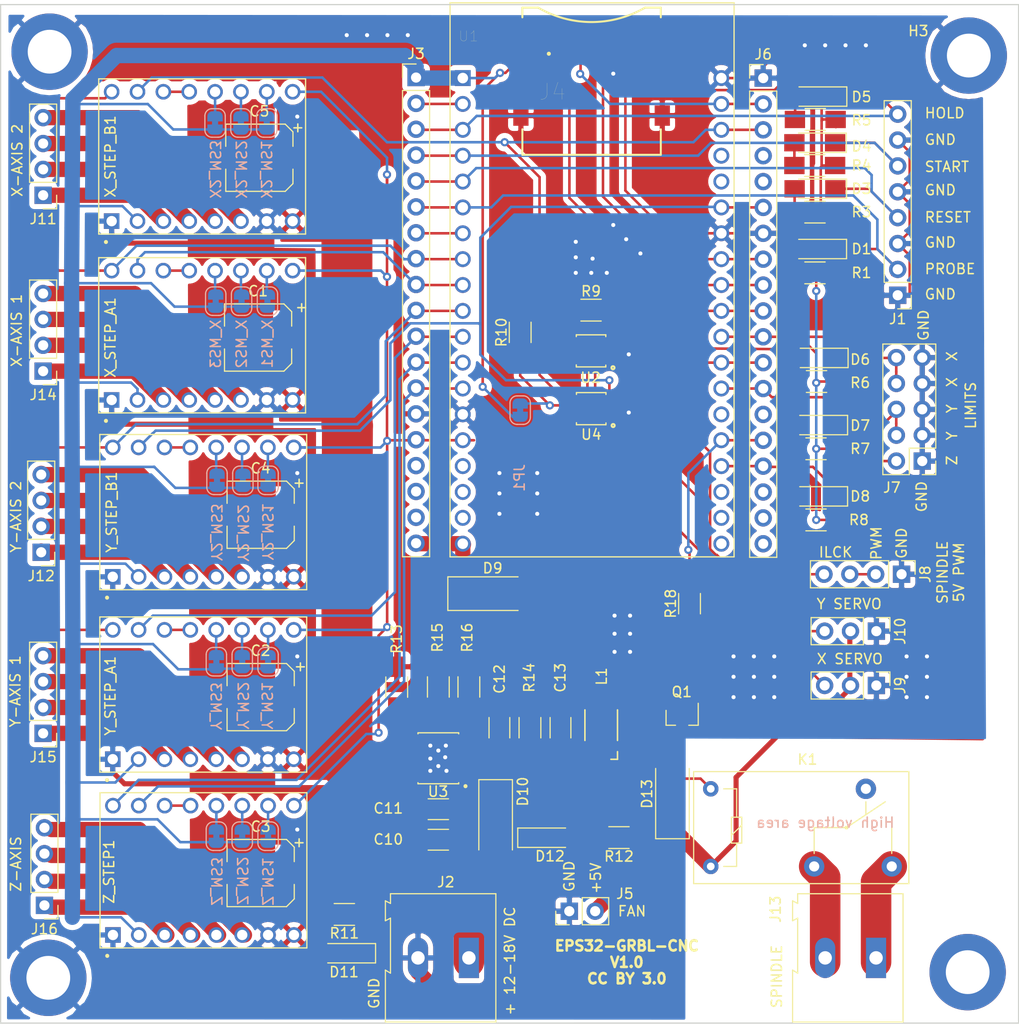
<source format=kicad_pcb>
(kicad_pcb (version 20171130) (host pcbnew "(5.1.5)-3")
  (layers (0 F.Cu signal) (31 B.Cu signal) (34 B.Paste user) (35 F.Paste user) (36 B.SilkS user) (37 F.SilkS user) (38 B.Mask user) (39 F.Mask user) (44 Edge.Cuts user))
  (net 0 "")
  (net 1 Vdrive)
  (net 2 GND)
  (net 3 +5V)
  (net 4 Probe)
  (net 5 "Net-(D1-Pad2)")
  (net 6 "Net-(D3-Pad2)")
  (net 7 Grbl_Reset)
  (net 8 Start)
  (net 9 "Net-(D4-Pad2)")
  (net 10 "Net-(D5-Pad2)")
  (net 11 Hold)
  (net 12 "Net-(D6-Pad2)")
  (net 13 X_LIMIT)
  (net 14 Y_LIMIT)
  (net 15 "Net-(D7-Pad2)")
  (net 16 Z_LIMIT)
  (net 17 +3V3)
  (net 18 EN)
  (net 19 Spindle_Enable)
  (net 20 Z_Dir)
  (net 21 Y_Dir)
  (net 22 X_Dir)
  (net 23 Step_Enable)
  (net 24 "Net-(J3-Pad16)")
  (net 25 "Net-(J3-Pad17)")
  (net 26 "Net-(J3-Pad18)")
  (net 27 "Net-(J4-Pad8)")
  (net 28 MISO)
  (net 29 SCK)
  (net 30 MOSI)
  (net 31 CS)
  (net 32 "Net-(J4-Pad1)")
  (net 33 "Net-(J6-Pad19)")
  (net 34 "Net-(J6-Pad18)")
  (net 35 "Net-(J6-Pad17)")
  (net 36 SPINDLE)
  (net 37 "Net-(J6-Pad14)")
  (net 38 Spindle_PWM_3v3)
  (net 39 Y_STEP_B)
  (net 40 "Net-(J6-Pad5)")
  (net 41 "Net-(J6-Pad4)")
  (net 42 X_STEP_B)
  (net 43 "Net-(J8-Pad2)")
  (net 44 "Net-(J9-Pad3)")
  (net 45 "Net-(J10-Pad3)")
  (net 46 "Net-(J13-Pad2)")
  (net 47 "Net-(J13-Pad1)")
  (net 48 "Net-(Q1-Pad1)")
  (net 49 Spindel_Enable)
  (net 50 "Net-(U1-Pad16)")
  (net 51 "Net-(U1-Pad17)")
  (net 52 "Net-(U1-Pad18)")
  (net 53 "Net-(U1-Pad23)")
  (net 54 "Net-(U1-Pad24)")
  (net 55 "Net-(U1-Pad33)")
  (net 56 "Net-(U1-Pad36)")
  (net 57 "Net-(U1-Pad37)")
  (net 58 "Net-(U1-Pad38)")
  (net 59 "Net-(U3-Pad2)")
  (net 60 Z_STEP)
  (net 61 "Net-(K1-Pad4)")
  (net 62 "Net-(H4-Pad1)")
  (net 63 "Net-(J8-Pad4)")
  (net 64 "Net-(C11-Pad1)")
  (net 65 "Net-(C11-Pad2)")
  (net 66 "Net-(C12-Pad2)")
  (net 67 "Net-(C12-Pad1)")
  (net 68 "Net-(D8-Pad2)")
  (net 69 "Net-(D9-Pad1)")
  (net 70 "Net-(D11-Pad2)")
  (net 71 "Net-(D12-Pad2)")
  (net 72 "Net-(D13-Pad2)")
  (net 73 "Net-(J11-Pad1)")
  (net 74 "Net-(J11-Pad2)")
  (net 75 "Net-(J11-Pad3)")
  (net 76 "Net-(J11-Pad4)")
  (net 77 "Net-(J12-Pad1)")
  (net 78 "Net-(J12-Pad2)")
  (net 79 "Net-(J12-Pad3)")
  (net 80 "Net-(J12-Pad4)")
  (net 81 "Net-(J14-Pad1)")
  (net 82 "Net-(J14-Pad2)")
  (net 83 "Net-(J14-Pad3)")
  (net 84 "Net-(J14-Pad4)")
  (net 85 "Net-(J15-Pad1)")
  (net 86 "Net-(J15-Pad2)")
  (net 87 "Net-(J15-Pad3)")
  (net 88 "Net-(J15-Pad4)")
  (net 89 "Net-(J16-Pad1)")
  (net 90 "Net-(J16-Pad2)")
  (net 91 "Net-(J16-Pad3)")
  (net 92 "Net-(J16-Pad4)")
  (net 93 "Net-(JP1-Pad2)")
  (net 94 "Net-(R13-Pad1)")
  (net 95 "Net-(R15-Pad1)")
  (net 96 "Net-(X_STEP_A1-Pad13)")
  (net 97 "Net-(X_STEP_B1-Pad13)")
  (net 98 "Net-(Y_STEP_A1-Pad13)")
  (net 99 "Net-(Y_STEP_B1-Pad13)")
  (net 100 "Net-(Z_STEP1-Pad13)")
  (net 101 Y_STEP)
  (net 102 X_STEP)
  (net 103 "Net-(U2-Pad8)")
  (net 104 "Net-(U2-Pad5)")
  (net 105 "Net-(X2_MS1-Pad2)")
  (net 106 "Net-(X2_MS2-Pad2)")
  (net 107 "Net-(X2_MS3-Pad2)")
  (net 108 "Net-(X_MS1-Pad2)")
  (net 109 "Net-(X_MS2-Pad2)")
  (net 110 "Net-(X_MS3-Pad2)")
  (net 111 "Net-(Y2_MS1-Pad2)")
  (net 112 "Net-(Y2_MS2-Pad2)")
  (net 113 "Net-(Y2_MS3-Pad2)")
  (net 114 "Net-(Y_MS1-Pad2)")
  (net 115 "Net-(Y_MS2-Pad2)")
  (net 116 "Net-(Y_MS3-Pad2)")
  (net 117 "Net-(Z_MS1-Pad2)")
  (net 118 "Net-(Z_MS2-Pad2)")
  (net 119 "Net-(Z_MS3-Pad2)")
  (module Jumpers:SolderJumper-2_P1.3mm_Bridged_RoundedPad1.0x1.5mm (layer B.Cu) (at 36.195 116.6495 90)
    (fp_text reference Z_MS3 (at -4.445 0 270 unlocked) (layer B.SilkS) (effects (justify mirror)))
    (fp_text value X2_MS3)
    (fp_poly (pts (xy 0.25 0.3) (xy -0.25 0.3) (xy -0.25 -0.3) (xy 0.25 -0.3)) (layer B.Cu) (width 0))
    (pad 1 smd custom (at -0.65 0 90) (size 1 0.5) (layers B.Cu B.Mask) (net 17 +3V3) (options (clearance outline) (anchor rect)) (primitives (gr_circle (center 0 -0.25) (end 0.5 -0.25) (width 0)) (gr_circle (center 0 0.25) (end 0.5 0.25) (width 0)) (gr_poly (pts (xy 0 0.75) (xy 0.5 0.75) (xy 0.5 -0.75) (xy 0 -0.75)) (width 0))))
    (pad 2 smd custom (at 0.65 0 90) (size 1 0.5) (layers B.Cu B.Mask) (net 119 "Net-(Z_MS3-Pad2)") (options (clearance outline) (anchor rect)) (primitives (gr_circle (center 0 -0.25) (end 0.5 -0.25) (width 0)) (gr_circle (center 0 0.25) (end 0.5 0.25) (width 0)) (gr_poly (pts (xy 0 0.75) (xy -0.5 0.75) (xy -0.5 -0.75) (xy 0 -0.75)) (width 0))))
  )
  (module Jumpers:SolderJumper-2_P1.3mm_Bridged_RoundedPad1.0x1.5mm (layer B.Cu) (at 38.735 116.6495 90)
    (fp_text reference Z_MS2 (at -4.3815 0 270 unlocked) (layer B.SilkS) (effects (justify mirror)))
    (fp_text value X2_MS2)
    (fp_poly (pts (xy 0.25 0.3) (xy -0.25 0.3) (xy -0.25 -0.3) (xy 0.25 -0.3)) (layer B.Cu) (width 0))
    (pad 1 smd custom (at -0.65 0 90) (size 1 0.5) (layers B.Cu B.Mask) (net 17 +3V3) (options (clearance outline) (anchor rect)) (primitives (gr_circle (center 0 -0.25) (end 0.5 -0.25) (width 0)) (gr_circle (center 0 0.25) (end 0.5 0.25) (width 0)) (gr_poly (pts (xy 0 0.75) (xy 0.5 0.75) (xy 0.5 -0.75) (xy 0 -0.75)) (width 0))))
    (pad 2 smd custom (at 0.65 0 90) (size 1 0.5) (layers B.Cu B.Mask) (net 118 "Net-(Z_MS2-Pad2)") (options (clearance outline) (anchor rect)) (primitives (gr_circle (center 0 -0.25) (end 0.5 -0.25) (width 0)) (gr_circle (center 0 0.25) (end 0.5 0.25) (width 0)) (gr_poly (pts (xy 0 0.75) (xy -0.5 0.75) (xy -0.5 -0.75) (xy 0 -0.75)) (width 0))))
  )
  (module Jumpers:SolderJumper-2_P1.3mm_Bridged_RoundedPad1.0x1.5mm (layer B.Cu) (at 41.275 116.6495 90)
    (fp_text reference Z_MS1 (at -4.445 -0.0635 270 unlocked) (layer B.SilkS) (effects (justify mirror)))
    (fp_text value X2_MS1)
    (fp_poly (pts (xy 0.25 0.3) (xy -0.25 0.3) (xy -0.25 -0.3) (xy 0.25 -0.3)) (layer B.Cu) (width 0))
    (pad 1 smd custom (at -0.65 0 90) (size 1 0.5) (layers B.Cu B.Mask) (net 17 +3V3) (options (clearance outline) (anchor rect)) (primitives (gr_circle (center 0 -0.25) (end 0.5 -0.25) (width 0)) (gr_circle (center 0 0.25) (end 0.5 0.25) (width 0)) (gr_poly (pts (xy 0 0.75) (xy 0.5 0.75) (xy 0.5 -0.75) (xy 0 -0.75)) (width 0))))
    (pad 2 smd custom (at 0.65 0 90) (size 1 0.5) (layers B.Cu B.Mask) (net 117 "Net-(Z_MS1-Pad2)") (options (clearance outline) (anchor rect)) (primitives (gr_circle (center 0 -0.25) (end 0.5 -0.25) (width 0)) (gr_circle (center 0 0.25) (end 0.5 0.25) (width 0)) (gr_poly (pts (xy 0 0.75) (xy -0.5 0.75) (xy -0.5 -0.75) (xy 0 -0.75)) (width 0))))
  )
  (module Jumpers:SolderJumper-2_P1.3mm_Bridged_RoundedPad1.0x1.5mm (layer B.Cu) (at 36.195 99.5195 90)
    (fp_text reference Y_MS3 (at -4.3665 -0.0635 270 unlocked) (layer B.SilkS) (effects (justify mirror)))
    (fp_text value X2_MS3)
    (fp_poly (pts (xy 0.25 0.3) (xy -0.25 0.3) (xy -0.25 -0.3) (xy 0.25 -0.3)) (layer B.Cu) (width 0))
    (pad 1 smd custom (at -0.65 0 90) (size 1 0.5) (layers B.Cu B.Mask) (net 17 +3V3) (options (clearance outline) (anchor rect)) (primitives (gr_circle (center 0 -0.25) (end 0.5 -0.25) (width 0)) (gr_circle (center 0 0.25) (end 0.5 0.25) (width 0)) (gr_poly (pts (xy 0 0.75) (xy 0.5 0.75) (xy 0.5 -0.75) (xy 0 -0.75)) (width 0))))
    (pad 2 smd custom (at 0.65 0 90) (size 1 0.5) (layers B.Cu B.Mask) (net 116 "Net-(Y_MS3-Pad2)") (options (clearance outline) (anchor rect)) (primitives (gr_circle (center 0 -0.25) (end 0.5 -0.25) (width 0)) (gr_circle (center 0 0.25) (end 0.5 0.25) (width 0)) (gr_poly (pts (xy 0 0.75) (xy -0.5 0.75) (xy -0.5 -0.75) (xy 0 -0.75)) (width 0))))
  )
  (module Jumpers:SolderJumper-2_P1.3mm_Bridged_RoundedPad1.0x1.5mm (layer B.Cu) (at 38.735 99.5045 90)
    (fp_text reference Y_MS2 (at -4.318 0.0635 270 unlocked) (layer B.SilkS) (effects (justify mirror)))
    (fp_text value X2_MS2)
    (fp_poly (pts (xy 0.25 0.3) (xy -0.25 0.3) (xy -0.25 -0.3) (xy 0.25 -0.3)) (layer B.Cu) (width 0))
    (pad 1 smd custom (at -0.65 0 90) (size 1 0.5) (layers B.Cu B.Mask) (net 17 +3V3) (options (clearance outline) (anchor rect)) (primitives (gr_circle (center 0 -0.25) (end 0.5 -0.25) (width 0)) (gr_circle (center 0 0.25) (end 0.5 0.25) (width 0)) (gr_poly (pts (xy 0 0.75) (xy 0.5 0.75) (xy 0.5 -0.75) (xy 0 -0.75)) (width 0))))
    (pad 2 smd custom (at 0.65 0 90) (size 1 0.5) (layers B.Cu B.Mask) (net 115 "Net-(Y_MS2-Pad2)") (options (clearance outline) (anchor rect)) (primitives (gr_circle (center 0 -0.25) (end 0.5 -0.25) (width 0)) (gr_circle (center 0 0.25) (end 0.5 0.25) (width 0)) (gr_poly (pts (xy 0 0.75) (xy -0.5 0.75) (xy -0.5 -0.75) (xy 0 -0.75)) (width 0))))
  )
  (module Jumpers:SolderJumper-2_P1.3mm_Bridged_RoundedPad1.0x1.5mm (layer B.Cu) (at 41.275 99.5195 90)
    (fp_text reference Y_MS1 (at -4.303 -0.127 270 unlocked) (layer B.SilkS) (effects (justify mirror)))
    (fp_text value X2_MS1)
    (fp_poly (pts (xy 0.25 0.3) (xy -0.25 0.3) (xy -0.25 -0.3) (xy 0.25 -0.3)) (layer B.Cu) (width 0))
    (pad 1 smd custom (at -0.65 0 90) (size 1 0.5) (layers B.Cu B.Mask) (net 17 +3V3) (options (clearance outline) (anchor rect)) (primitives (gr_circle (center 0 -0.25) (end 0.5 -0.25) (width 0)) (gr_circle (center 0 0.25) (end 0.5 0.25) (width 0)) (gr_poly (pts (xy 0 0.75) (xy 0.5 0.75) (xy 0.5 -0.75) (xy 0 -0.75)) (width 0))))
    (pad 2 smd custom (at 0.65 0 90) (size 1 0.5) (layers B.Cu B.Mask) (net 114 "Net-(Y_MS1-Pad2)") (options (clearance outline) (anchor rect)) (primitives (gr_circle (center 0 -0.25) (end 0.5 -0.25) (width 0)) (gr_circle (center 0 0.25) (end 0.5 0.25) (width 0)) (gr_poly (pts (xy 0 0.75) (xy -0.5 0.75) (xy -0.5 -0.75) (xy 0 -0.75)) (width 0))))
  )
  (module Jumpers:SolderJumper-2_P1.3mm_Bridged_RoundedPad1.0x1.5mm (layer B.Cu) (at 36.2585 81.7095 90)
    (fp_text reference Y2_MS3 (at -5.095 -0.0635 270 unlocked) (layer B.SilkS) (effects (justify mirror)))
    (fp_text value X2_MS3)
    (fp_poly (pts (xy 0.25 0.3) (xy -0.25 0.3) (xy -0.25 -0.3) (xy 0.25 -0.3)) (layer B.Cu) (width 0))
    (pad 1 smd custom (at -0.65 0 90) (size 1 0.5) (layers B.Cu B.Mask) (net 17 +3V3) (options (clearance outline) (anchor rect)) (primitives (gr_circle (center 0 -0.25) (end 0.5 -0.25) (width 0)) (gr_circle (center 0 0.25) (end 0.5 0.25) (width 0)) (gr_poly (pts (xy 0 0.75) (xy 0.5 0.75) (xy 0.5 -0.75) (xy 0 -0.75)) (width 0))))
    (pad 2 smd custom (at 0.65 0 90) (size 1 0.5) (layers B.Cu B.Mask) (net 113 "Net-(Y2_MS3-Pad2)") (options (clearance outline) (anchor rect)) (primitives (gr_circle (center 0 -0.25) (end 0.5 -0.25) (width 0)) (gr_circle (center 0 0.25) (end 0.5 0.25) (width 0)) (gr_poly (pts (xy 0 0.75) (xy -0.5 0.75) (xy -0.5 -0.75) (xy 0 -0.75)) (width 0))))
  )
  (module Jumpers:SolderJumper-2_P1.3mm_Bridged_RoundedPad1.0x1.5mm (layer B.Cu) (at 38.7985 81.7095 90)
    (fp_text reference Y2_MS2 (at -5.1585 0 270 unlocked) (layer B.SilkS) (effects (justify mirror)))
    (fp_text value X2_MS2)
    (fp_poly (pts (xy 0.25 0.3) (xy -0.25 0.3) (xy -0.25 -0.3) (xy 0.25 -0.3)) (layer B.Cu) (width 0))
    (pad 1 smd custom (at -0.65 0 90) (size 1 0.5) (layers B.Cu B.Mask) (net 17 +3V3) (options (clearance outline) (anchor rect)) (primitives (gr_circle (center 0 -0.25) (end 0.5 -0.25) (width 0)) (gr_circle (center 0 0.25) (end 0.5 0.25) (width 0)) (gr_poly (pts (xy 0 0.75) (xy 0.5 0.75) (xy 0.5 -0.75) (xy 0 -0.75)) (width 0))))
    (pad 2 smd custom (at 0.65 0 90) (size 1 0.5) (layers B.Cu B.Mask) (net 112 "Net-(Y2_MS2-Pad2)") (options (clearance outline) (anchor rect)) (primitives (gr_circle (center 0 -0.25) (end 0.5 -0.25) (width 0)) (gr_circle (center 0 0.25) (end 0.5 0.25) (width 0)) (gr_poly (pts (xy 0 0.75) (xy -0.5 0.75) (xy -0.5 -0.75) (xy 0 -0.75)) (width 0))))
  )
  (module Jumpers:SolderJumper-2_P1.3mm_Bridged_RoundedPad1.0x1.5mm (layer B.Cu) (at 41.275 81.7095 90)
    (fp_text reference Y2_MS1 (at -5.0315 -0.0635 270 unlocked) (layer B.SilkS) (effects (justify mirror)))
    (fp_text value X2_MS1)
    (fp_poly (pts (xy 0.25 0.3) (xy -0.25 0.3) (xy -0.25 -0.3) (xy 0.25 -0.3)) (layer B.Cu) (width 0))
    (pad 1 smd custom (at -0.65 0 90) (size 1 0.5) (layers B.Cu B.Mask) (net 17 +3V3) (options (clearance outline) (anchor rect)) (primitives (gr_circle (center 0 -0.25) (end 0.5 -0.25) (width 0)) (gr_circle (center 0 0.25) (end 0.5 0.25) (width 0)) (gr_poly (pts (xy 0 0.75) (xy 0.5 0.75) (xy 0.5 -0.75) (xy 0 -0.75)) (width 0))))
    (pad 2 smd custom (at 0.65 0 90) (size 1 0.5) (layers B.Cu B.Mask) (net 111 "Net-(Y2_MS1-Pad2)") (options (clearance outline) (anchor rect)) (primitives (gr_circle (center 0 -0.25) (end 0.5 -0.25) (width 0)) (gr_circle (center 0 0.25) (end 0.5 0.25) (width 0)) (gr_poly (pts (xy 0 0.75) (xy -0.5 0.75) (xy -0.5 -0.75) (xy 0 -0.75)) (width 0))))
  )
  (module Jumpers:SolderJumper-2_P1.3mm_Bridged_RoundedPad1.0x1.5mm (layer B.Cu) (at 36.1315 64.12 90)
    (fp_text reference X_MS3 (at -4.206 0 -90) (layer B.SilkS) (effects (justify mirror)))
    (fp_text value X2_MS3)
    (fp_poly (pts (xy 0.25 0.3) (xy -0.25 0.3) (xy -0.25 -0.3) (xy 0.25 -0.3)) (layer B.Cu) (width 0))
    (pad 1 smd custom (at -0.65 0 90) (size 1 0.5) (layers B.Cu B.Mask) (net 17 +3V3) (options (clearance outline) (anchor rect)) (primitives (gr_circle (center 0 -0.25) (end 0.5 -0.25) (width 0)) (gr_circle (center 0 0.25) (end 0.5 0.25) (width 0)) (gr_poly (pts (xy 0 0.75) (xy 0.5 0.75) (xy 0.5 -0.75) (xy 0 -0.75)) (width 0))))
    (pad 2 smd custom (at 0.65 0 90) (size 1 0.5) (layers B.Cu B.Mask) (net 110 "Net-(X_MS3-Pad2)") (options (clearance outline) (anchor rect)) (primitives (gr_circle (center 0 -0.25) (end 0.5 -0.25) (width 0)) (gr_circle (center 0 0.25) (end 0.5 0.25) (width 0)) (gr_poly (pts (xy 0 0.75) (xy -0.5 0.75) (xy -0.5 -0.75) (xy 0 -0.75)) (width 0))))
  )
  (module Jumpers:SolderJumper-2_P1.3mm_Bridged_RoundedPad1.0x1.5mm (layer B.Cu) (at 38.6715 64.12 90)
    (fp_text reference X_MS2 (at -4.206 0 -90) (layer B.SilkS) (effects (justify mirror)))
    (fp_text value X2_MS2)
    (fp_poly (pts (xy 0.25 0.3) (xy -0.25 0.3) (xy -0.25 -0.3) (xy 0.25 -0.3)) (layer B.Cu) (width 0))
    (pad 1 smd custom (at -0.65 0 90) (size 1 0.5) (layers B.Cu B.Mask) (net 17 +3V3) (options (clearance outline) (anchor rect)) (primitives (gr_circle (center 0 -0.25) (end 0.5 -0.25) (width 0)) (gr_circle (center 0 0.25) (end 0.5 0.25) (width 0)) (gr_poly (pts (xy 0 0.75) (xy 0.5 0.75) (xy 0.5 -0.75) (xy 0 -0.75)) (width 0))))
    (pad 2 smd custom (at 0.65 0 90) (size 1 0.5) (layers B.Cu B.Mask) (net 109 "Net-(X_MS2-Pad2)") (options (clearance outline) (anchor rect)) (primitives (gr_circle (center 0 -0.25) (end 0.5 -0.25) (width 0)) (gr_circle (center 0 0.25) (end 0.5 0.25) (width 0)) (gr_poly (pts (xy 0 0.75) (xy -0.5 0.75) (xy -0.5 -0.75) (xy 0 -0.75)) (width 0))))
  )
  (module Jumpers:SolderJumper-2_P1.3mm_Bridged_RoundedPad1.0x1.5mm (layer B.Cu) (at 41.2115 64.12 90)
    (fp_text reference X_MS1 (at -4.206 0 -90) (layer B.SilkS) (effects (justify mirror)))
    (fp_text value X2_MS1)
    (fp_poly (pts (xy 0.25 0.3) (xy -0.25 0.3) (xy -0.25 -0.3) (xy 0.25 -0.3)) (layer B.Cu) (width 0))
    (pad 1 smd custom (at -0.65 0 90) (size 1 0.5) (layers B.Cu B.Mask) (net 17 +3V3) (options (clearance outline) (anchor rect)) (primitives (gr_circle (center 0 -0.25) (end 0.5 -0.25) (width 0)) (gr_circle (center 0 0.25) (end 0.5 0.25) (width 0)) (gr_poly (pts (xy 0 0.75) (xy 0.5 0.75) (xy 0.5 -0.75) (xy 0 -0.75)) (width 0))))
    (pad 2 smd custom (at 0.65 0 90) (size 1 0.5) (layers B.Cu B.Mask) (net 108 "Net-(X_MS1-Pad2)") (options (clearance outline) (anchor rect)) (primitives (gr_circle (center 0 -0.25) (end 0.5 -0.25) (width 0)) (gr_circle (center 0 0.25) (end 0.5 0.25) (width 0)) (gr_poly (pts (xy 0 0.75) (xy -0.5 0.75) (xy -0.5 -0.75) (xy 0 -0.75)) (width 0))))
  )
  (module Jumpers:SolderJumper-2_P1.3mm_Bridged_RoundedPad1.0x1.5mm (layer B.Cu) (at 66.04 74.818 90)
    (fp_text reference JP1 (at -6.6525 -0.0635 270) (layer B.SilkS) (effects (justify mirror)))
    (fp_text value SolderJumper_2_Bridged)
    (fp_poly (pts (xy 0.25 0.3) (xy -0.25 0.3) (xy -0.25 -0.3) (xy 0.25 -0.3)) (layer B.Cu) (width 0))
    (pad 1 smd custom (at -0.65 0 90) (size 1 0.5) (layers B.Cu B.Mask) (net 17 +3V3) (options (clearance outline) (anchor rect)) (primitives (gr_circle (center 0 -0.25) (end 0.5 -0.25) (width 0)) (gr_circle (center 0 0.25) (end 0.5 0.25) (width 0)) (gr_poly (pts (xy 0 0.75) (xy 0.5 0.75) (xy 0.5 -0.75) (xy 0 -0.75)) (width 0))))
    (pad 2 smd custom (at 0.65 0 90) (size 1 0.5) (layers B.Cu B.Mask) (net 93 "Net-(JP1-Pad2)") (options (clearance outline) (anchor rect)) (primitives (gr_circle (center 0 -0.25) (end 0.5 -0.25) (width 0)) (gr_circle (center 0 0.25) (end 0.5 0.25) (width 0)) (gr_poly (pts (xy 0 0.75) (xy -0.5 0.75) (xy -0.5 -0.75) (xy 0 -0.75)) (width 0))))
  )
  (module Resistors_SMD:R_1206_HandSoldering (layer F.Cu) (at 73 65)
    (fp_text reference R9 (at 0 -1.85) (layer F.SilkS))
    (fp_text value 10K)
    (pad 1 smd rect (at -2 0) (size 2 1.7) (layers F.Cu F.Paste F.Mask) (net 49 Spindel_Enable))
    (pad 2 smd rect (at 2 0) (size 2 1.7) (layers F.Cu F.Paste F.Mask) (net 2 GND))
  )
  (module TXS0102DCTR:SOP65P400X130-8N (layer F.Cu) (at 73 69 180)
    (fp_text reference U2 (at 0.0385 -2.628) (layer F.SilkS) (effects (font (size 1.001921 1.001921))))
    (fp_text value TXS0102DCT)
    (pad 8 smd rect (at 1.77 -0.975 180) (size 1.42 0.4) (layers F.Cu F.Paste F.Mask) (net 103 "Net-(U2-Pad8)"))
    (pad 7 smd rect (at 1.77 -0.325 180) (size 1.42 0.4) (layers F.Cu F.Paste F.Mask) (net 3 +5V))
    (pad 6 smd rect (at 1.77 0.325 180) (size 1.42 0.4) (layers F.Cu F.Paste F.Mask) (net 49 Spindel_Enable))
    (pad 5 smd rect (at 1.77 0.975 180) (size 1.42 0.4) (layers F.Cu F.Paste F.Mask) (net 104 "Net-(U2-Pad5)"))
    (pad 4 smd rect (at -1.77 0.975 180) (size 1.42 0.4) (layers F.Cu F.Paste F.Mask) (net 38 Spindle_PWM_3v3))
    (pad 3 smd rect (at -1.77 0.325 180) (size 1.42 0.4) (layers F.Cu F.Paste F.Mask) (net 17 +3V3))
    (pad 2 smd rect (at -1.77 -0.325 180) (size 1.42 0.4) (layers F.Cu F.Paste F.Mask) (net 2 GND))
    (pad 1 smd rect (at -1.77 -0.975 180) (size 1.42 0.4) (layers F.Cu F.Paste F.Mask) (net 63 "Net-(J8-Pad4)"))
  )
  (module Jumpers:SolderJumper-2_P1.3mm_Bridged_RoundedPad1.0x1.5mm (layer B.Cu) (at 36.068 46.624 90)
    (fp_text reference X2_MS3 (at -4.557 0 270 unlocked) (layer B.SilkS) (effects (justify mirror)))
    (fp_text value X2_MS3)
    (fp_poly (pts (xy 0.25 0.3) (xy -0.25 0.3) (xy -0.25 -0.3) (xy 0.25 -0.3)) (layer B.Cu) (width 0))
    (pad 1 smd custom (at -0.65 0 90) (size 1 0.5) (layers B.Cu B.Mask) (net 17 +3V3) (options (clearance outline) (anchor rect)) (primitives (gr_circle (center 0 -0.25) (end 0.5 -0.25) (width 0)) (gr_circle (center 0 0.25) (end 0.5 0.25) (width 0)) (gr_poly (pts (xy 0 0.75) (xy 0.5 0.75) (xy 0.5 -0.75) (xy 0 -0.75)) (width 0))))
    (pad 2 smd custom (at 0.65 0 90) (size 1 0.5) (layers B.Cu B.Mask) (net 107 "Net-(X2_MS3-Pad2)") (options (clearance outline) (anchor rect)) (primitives (gr_circle (center 0 -0.25) (end 0.5 -0.25) (width 0)) (gr_circle (center 0 0.25) (end 0.5 0.25) (width 0)) (gr_poly (pts (xy 0 0.75) (xy -0.5 0.75) (xy -0.5 -0.75) (xy 0 -0.75)) (width 0))))
  )
  (module Jumpers:SolderJumper-2_P1.3mm_Bridged_RoundedPad1.0x1.5mm (layer B.Cu) (at 38.608 46.624 90)
    (fp_text reference X2_MS2 (at -4.557 0 270 unlocked) (layer B.SilkS) (effects (justify mirror)))
    (fp_text value X2_MS2)
    (fp_poly (pts (xy 0.25 0.3) (xy -0.25 0.3) (xy -0.25 -0.3) (xy 0.25 -0.3)) (layer B.Cu) (width 0))
    (pad 1 smd custom (at -0.65 0 90) (size 1 0.5) (layers B.Cu B.Mask) (net 17 +3V3) (options (clearance outline) (anchor rect)) (primitives (gr_circle (center 0 -0.25) (end 0.5 -0.25) (width 0)) (gr_circle (center 0 0.25) (end 0.5 0.25) (width 0)) (gr_poly (pts (xy 0 0.75) (xy 0.5 0.75) (xy 0.5 -0.75) (xy 0 -0.75)) (width 0))))
    (pad 2 smd custom (at 0.65 0 90) (size 1 0.5) (layers B.Cu B.Mask) (net 106 "Net-(X2_MS2-Pad2)") (options (clearance outline) (anchor rect)) (primitives (gr_circle (center 0 -0.25) (end 0.5 -0.25) (width 0)) (gr_circle (center 0 0.25) (end 0.5 0.25) (width 0)) (gr_poly (pts (xy 0 0.75) (xy -0.5 0.75) (xy -0.5 -0.75) (xy 0 -0.75)) (width 0))))
  )
  (module Jumpers:SolderJumper-2_P1.3mm_Bridged_RoundedPad1.0x1.5mm (layer B.Cu) (at 41.148 46.624 90)
    (fp_text reference X2_MS1 (at -4.557 -0.0635 270 unlocked) (layer B.SilkS) (effects (justify mirror)))
    (fp_text value X2_MS1)
    (fp_poly (pts (xy 0.25 0.3) (xy -0.25 0.3) (xy -0.25 -0.3) (xy 0.25 -0.3)) (layer B.Cu) (width 0))
    (pad 1 smd custom (at -0.65 0 90) (size 1 0.5) (layers B.Cu B.Mask) (net 17 +3V3) (options (clearance outline) (anchor rect)) (primitives (gr_circle (center 0 -0.25) (end 0.5 -0.25) (width 0)) (gr_circle (center 0 0.25) (end 0.5 0.25) (width 0)) (gr_poly (pts (xy 0 0.75) (xy 0.5 0.75) (xy 0.5 -0.75) (xy 0 -0.75)) (width 0))))
    (pad 2 smd custom (at 0.65 0 90) (size 1 0.5) (layers B.Cu B.Mask) (net 105 "Net-(X2_MS1-Pad2)") (options (clearance outline) (anchor rect)) (primitives (gr_circle (center 0 -0.25) (end 0.5 -0.25) (width 0)) (gr_circle (center 0 0.25) (end 0.5 0.25) (width 0)) (gr_poly (pts (xy 0 0.75) (xy -0.5 0.75) (xy -0.5 -0.75) (xy 0 -0.75)) (width 0))))
  )
  (module Diodes_SMD:D_SMA_Handsoldering (layer F.Cu) (at 81 112.5 90)
    (fp_text reference D13 (at 0 -2.5 90) (layer F.SilkS))
    (fp_text value "diode, Schottkey 3A")
    (pad 1 smd rect (at -2.5 0 90) (size 3.5 1.8) (layers F.Cu F.Paste F.Mask) (net 3 +5V))
    (pad 2 smd rect (at 2.5 0 90) (size 3.5 1.8) (layers F.Cu F.Paste F.Mask) (net 72 "Net-(D13-Pad2)"))
  )
  (module Diodes_SMD:D_SMA_Handsoldering (layer F.Cu) (at 63.627 115.5 270)
    (fp_text reference D10 (at -3.232 -2.667 90) (layer F.SilkS))
    (fp_text value "diode, Schottkey 3A")
    (pad 1 smd rect (at -2.5 0 270) (size 3.5 1.8) (layers F.Cu F.Paste F.Mask) (net 65 "Net-(C11-Pad2)"))
    (pad 2 smd rect (at 2.5 0 270) (size 3.5 1.8) (layers F.Cu F.Paste F.Mask) (net 2 GND))
  )
  (module Diodes_SMD:D_SMA_Handsoldering (layer F.Cu) (at 63.333 92.837)
    (fp_text reference D9 (at 0 -2.5) (layer F.SilkS))
    (fp_text value "diode, Schottkey 3A")
    (pad 1 smd rect (at -2.5 0) (size 3.5 1.8) (layers F.Cu F.Paste F.Mask) (net 69 "Net-(D9-Pad1)"))
    (pad 2 smd rect (at 2.5 0) (size 3.5 1.8) (layers F.Cu F.Paste F.Mask) (net 3 +5V))
  )
  (module Capacitors_SMD:CP_Elec_6.3x5.3 (layer F.Cu) (at 40.419 50.038 180)
    (fp_text reference C5 (at 0 4.56) (layer F.SilkS))
    (fp_text value "47µ 35V")
    (fp_text user + (at -3.777 3.01) (layer F.SilkS))
    (pad 1 smd rect (at -2.7 0) (size 3.5 1.6) (layers F.Cu F.Paste F.Mask) (net 1 Vdrive))
    (pad 2 smd rect (at 2.7 0) (size 3.5 1.6) (layers F.Cu F.Paste F.Mask) (net 2 GND))
  )
  (module Capacitors_SMD:CP_Elec_6.3x5.3 (layer F.Cu) (at 40.546 85.09 180)
    (fp_text reference C4 (at 0 4.56) (layer F.SilkS))
    (fp_text value "47µ 35V")
    (fp_text user + (at -3.777 3.175) (layer F.SilkS))
    (pad 1 smd rect (at -2.7 0) (size 3.5 1.6) (layers F.Cu F.Paste F.Mask) (net 1 Vdrive))
    (pad 2 smd rect (at 2.7 0) (size 3.5 1.6) (layers F.Cu F.Paste F.Mask) (net 2 GND))
  )
  (module Capacitors_SMD:CP_Elec_6.3x5.3 (layer F.Cu) (at 40.546 120.269 180)
    (fp_text reference C3 (at 0 4.56) (layer F.SilkS))
    (fp_text value "47µ 35V")
    (fp_text user + (at -3.777 3.048) (layer F.SilkS))
    (pad 1 smd rect (at -2.7 0) (size 3.5 1.6) (layers F.Cu F.Paste F.Mask) (net 1 Vdrive))
    (pad 2 smd rect (at 2.7 0) (size 3.5 1.6) (layers F.Cu F.Paste F.Mask) (net 2 GND))
  )
  (module Capacitors_SMD:CP_Elec_6.3x5.3 (layer F.Cu) (at 40.546 102.997 180)
    (fp_text reference C2 (at 0 4.56) (layer F.SilkS))
    (fp_text value "47µ 35V")
    (fp_text user + (at -3.904 3.048) (layer F.SilkS))
    (pad 1 smd rect (at -2.7 0) (size 3.5 1.6) (layers F.Cu F.Paste F.Mask) (net 1 Vdrive))
    (pad 2 smd rect (at 2.7 0) (size 3.5 1.6) (layers F.Cu F.Paste F.Mask) (net 2 GND))
  )
  (module Capacitors_SMD:CP_Elec_6.3x5.3 (layer F.Cu) (at 40.292 67.691 180)
    (fp_text reference C1 (at 0 4.56) (layer F.SilkS))
    (fp_text value "47µ 35V")
    (fp_text user + (at -4.28 3.01) (layer F.SilkS))
    (pad 1 smd rect (at -2.7 0) (size 3.5 1.6) (layers F.Cu F.Paste F.Mask) (net 1 Vdrive))
    (pad 2 smd rect (at 2.7 0) (size 3.5 1.6) (layers F.Cu F.Paste F.Mask) (net 2 GND))
  )
  (module ESP32-DEVKITC-32D:MODULE_ESP32-DEVKITC-32D (layer F.Cu) (at 73.1012 61.9748)
    (fp_text reference U1 (at -12.1412 -23.8748) (layer F.SilkS) (effects (font (size 1.000386 1.000386) (thickness 0.015))))
    (fp_text value ESP32-DEVKITC-32D)
    (pad 1 thru_hole rect (at -12.7 -19.76) (size 1.56 1.56) (drill 1.04) (layers *.Cu *.Mask) (net 17 +3V3))
    (pad 2 thru_hole circle (at -12.7 -17.22) (size 1.56 1.56) (drill 1.04) (layers *.Cu *.Mask) (net 18 EN))
    (pad 19 thru_hole circle (at -12.7 25.96) (size 1.56 1.56) (drill 1.04) (layers *.Cu *.Mask) (net 69 "Net-(D9-Pad1)"))
    (pad 3 thru_hole circle (at -12.7 -14.68) (size 1.56 1.56) (drill 1.04) (layers *.Cu *.Mask) (net 11 Hold))
    (pad 4 thru_hole circle (at -12.7 -12.14) (size 1.56 1.56) (drill 1.04) (layers *.Cu *.Mask) (net 8 Start))
    (pad 5 thru_hole circle (at -12.7 -9.6) (size 1.56 1.56) (drill 1.04) (layers *.Cu *.Mask) (net 7 Grbl_Reset))
    (pad 6 thru_hole circle (at -12.7 -7.06) (size 1.56 1.56) (drill 1.04) (layers *.Cu *.Mask) (net 4 Probe))
    (pad 7 thru_hole circle (at -12.7 -4.52) (size 1.56 1.56) (drill 1.04) (layers *.Cu *.Mask) (net 19 Spindle_Enable))
    (pad 8 thru_hole circle (at -12.7 -1.98) (size 1.56 1.56) (drill 1.04) (layers *.Cu *.Mask) (net 22 X_Dir))
    (pad 9 thru_hole circle (at -12.7 0.56) (size 1.56 1.56) (drill 1.04) (layers *.Cu *.Mask) (net 102 X_STEP))
    (pad 10 thru_hole circle (at -12.7 3.1) (size 1.56 1.56) (drill 1.04) (layers *.Cu *.Mask) (net 21 Y_Dir))
    (pad 11 thru_hole circle (at -12.7 5.64) (size 1.56 1.56) (drill 1.04) (layers *.Cu *.Mask) (net 101 Y_STEP))
    (pad 12 thru_hole circle (at -12.7 8.18) (size 1.56 1.56) (drill 1.04) (layers *.Cu *.Mask) (net 20 Z_Dir))
    (pad 13 thru_hole circle (at -12.7 10.72) (size 1.56 1.56) (drill 1.04) (layers *.Cu *.Mask) (net 60 Z_STEP))
    (pad 14 thru_hole circle (at -12.7 13.26) (size 1.56 1.56) (drill 1.04) (layers *.Cu *.Mask) (net 2 GND))
    (pad 15 thru_hole circle (at -12.7 15.8) (size 1.56 1.56) (drill 1.04) (layers *.Cu *.Mask) (net 23 Step_Enable))
    (pad 16 thru_hole circle (at -12.7 18.34) (size 1.56 1.56) (drill 1.04) (layers *.Cu *.Mask) (net 50 "Net-(U1-Pad16)"))
    (pad 17 thru_hole circle (at -12.7 20.88) (size 1.56 1.56) (drill 1.04) (layers *.Cu *.Mask) (net 51 "Net-(U1-Pad17)"))
    (pad 18 thru_hole circle (at -12.7 23.42) (size 1.56 1.56) (drill 1.04) (layers *.Cu *.Mask) (net 52 "Net-(U1-Pad18)"))
    (pad 20 thru_hole circle (at 12.7 -19.76) (size 1.56 1.56) (drill 1.04) (layers *.Cu *.Mask) (net 2 GND))
    (pad 21 thru_hole circle (at 12.7 -17.22) (size 1.56 1.56) (drill 1.04) (layers *.Cu *.Mask) (net 30 MOSI))
    (pad 22 thru_hole circle (at 12.7 -14.68) (size 1.56 1.56) (drill 1.04) (layers *.Cu *.Mask) (net 42 X_STEP_B))
    (pad 23 thru_hole circle (at 12.7 -12.14) (size 1.56 1.56) (drill 1.04) (layers *.Cu *.Mask) (net 53 "Net-(U1-Pad23)"))
    (pad 24 thru_hole circle (at 12.7 -9.6) (size 1.56 1.56) (drill 1.04) (layers *.Cu *.Mask) (net 54 "Net-(U1-Pad24)"))
    (pad 25 thru_hole circle (at 12.7 -7.06) (size 1.56 1.56) (drill 1.04) (layers *.Cu *.Mask) (net 39 Y_STEP_B))
    (pad 26 thru_hole circle (at 12.7 -4.52) (size 1.56 1.56) (drill 1.04) (layers *.Cu *.Mask) (net 2 GND))
    (pad 27 thru_hole circle (at 12.7 -1.98) (size 1.56 1.56) (drill 1.04) (layers *.Cu *.Mask) (net 28 MISO))
    (pad 28 thru_hole circle (at 12.7 0.56) (size 1.56 1.56) (drill 1.04) (layers *.Cu *.Mask) (net 29 SCK))
    (pad 29 thru_hole circle (at 12.7 3.1) (size 1.56 1.56) (drill 1.04) (layers *.Cu *.Mask) (net 31 CS))
    (pad 30 thru_hole circle (at 12.7 5.64) (size 1.56 1.56) (drill 1.04) (layers *.Cu *.Mask) (net 13 X_LIMIT))
    (pad 31 thru_hole circle (at 12.7 8.18) (size 1.56 1.56) (drill 1.04) (layers *.Cu *.Mask) (net 38 Spindle_PWM_3v3))
    (pad 32 thru_hole circle (at 12.7 10.72) (size 1.56 1.56) (drill 1.04) (layers *.Cu *.Mask) (net 14 Y_LIMIT))
    (pad 33 thru_hole circle (at 12.7 13.26) (size 1.56 1.56) (drill 1.04) (layers *.Cu *.Mask) (net 55 "Net-(U1-Pad33)"))
    (pad 34 thru_hole circle (at 12.7 15.8) (size 1.56 1.56) (drill 1.04) (layers *.Cu *.Mask) (net 36 SPINDLE))
    (pad 35 thru_hole circle (at 12.7 18.34) (size 1.56 1.56) (drill 1.04) (layers *.Cu *.Mask) (net 16 Z_LIMIT))
    (pad 36 thru_hole circle (at 12.7 20.88) (size 1.56 1.56) (drill 1.04) (layers *.Cu *.Mask) (net 56 "Net-(U1-Pad36)"))
    (pad 37 thru_hole circle (at 12.7 23.42) (size 1.56 1.56) (drill 1.04) (layers *.Cu *.Mask) (net 57 "Net-(U1-Pad37)"))
    (pad 38 thru_hole circle (at 12.7 25.96) (size 1.56 1.56) (drill 1.04) (layers *.Cu *.Mask) (net 58 "Net-(U1-Pad38)"))
  )
  (module A4988_STEPPER_MOTOR_DRIVER_CARRIER:MODULE_A4988_STEPPER_MOTOR_DRIVER_CARRIER (layer F.Cu) (at 34.798 49.911 90)
    (fp_text reference X_STEP_B1 (at 0 -9.017 90) (layer F.SilkS))
    (fp_text value Pololu_Breakout_A4988)
    (pad 16 thru_hole circle (at 6.35 -8.89 90) (size 1.53 1.53) (drill 1.02) (layers *.Cu *.Mask) (net 22 X_Dir))
    (pad 15 thru_hole circle (at 6.35 -6.35 90) (size 1.53 1.53) (drill 1.02) (layers *.Cu *.Mask) (net 42 X_STEP_B))
    (pad 14 thru_hole circle (at 6.35 -3.81 90) (size 1.53 1.53) (drill 1.02) (layers *.Cu *.Mask) (net 97 "Net-(X_STEP_B1-Pad13)"))
    (pad 13 thru_hole circle (at 6.35 -1.27 90) (size 1.53 1.53) (drill 1.02) (layers *.Cu *.Mask) (net 97 "Net-(X_STEP_B1-Pad13)"))
    (pad 12 thru_hole circle (at 6.35 1.27 90) (size 1.53 1.53) (drill 1.02) (layers *.Cu *.Mask) (net 107 "Net-(X2_MS3-Pad2)"))
    (pad 11 thru_hole circle (at 6.35 3.81 90) (size 1.53 1.53) (drill 1.02) (layers *.Cu *.Mask) (net 106 "Net-(X2_MS2-Pad2)"))
    (pad 10 thru_hole circle (at 6.35 6.35 90) (size 1.53 1.53) (drill 1.02) (layers *.Cu *.Mask) (net 105 "Net-(X2_MS1-Pad2)"))
    (pad 9 thru_hole circle (at 6.35 8.89 90) (size 1.53 1.53) (drill 1.02) (layers *.Cu *.Mask) (net 23 Step_Enable))
    (pad 8 thru_hole circle (at -6.35 8.89 90) (size 1.53 1.53) (drill 1.02) (layers *.Cu *.Mask) (net 1 Vdrive))
    (pad 7 thru_hole circle (at -6.35 6.35 90) (size 1.53 1.53) (drill 1.02) (layers *.Cu *.Mask) (net 2 GND))
    (pad 6 thru_hole circle (at -6.35 3.81 90) (size 1.53 1.53) (drill 1.02) (layers *.Cu *.Mask) (net 76 "Net-(J11-Pad4)"))
    (pad 5 thru_hole circle (at -6.35 1.27 90) (size 1.53 1.53) (drill 1.02) (layers *.Cu *.Mask) (net 75 "Net-(J11-Pad3)"))
    (pad 4 thru_hole circle (at -6.35 -1.27 90) (size 1.53 1.53) (drill 1.02) (layers *.Cu *.Mask) (net 74 "Net-(J11-Pad2)"))
    (pad 3 thru_hole circle (at -6.35 -3.81 90) (size 1.53 1.53) (drill 1.02) (layers *.Cu *.Mask) (net 73 "Net-(J11-Pad1)"))
    (pad 2 thru_hole circle (at -6.35 -6.35 90) (size 1.53 1.53) (drill 1.02) (layers *.Cu *.Mask) (net 17 +3V3))
    (pad 1 thru_hole rect (at -6.35 -8.89 90) (size 1.53 1.53) (drill 1.02) (layers *.Cu *.Mask) (net 2 GND))
  )
  (module A4988_STEPPER_MOTOR_DRIVER_CARRIER:MODULE_A4988_STEPPER_MOTOR_DRIVER_CARRIER (layer F.Cu) (at 34.925 120 90)
    (fp_text reference Z_STEP1 (at -0.142 -9.271 90) (layer F.SilkS))
    (fp_text value Pololu_Breakout_A4988)
    (pad 16 thru_hole circle (at 6.35 -8.89 90) (size 1.53 1.53) (drill 1.02) (layers *.Cu *.Mask) (net 20 Z_Dir))
    (pad 15 thru_hole circle (at 6.35 -6.35 90) (size 1.53 1.53) (drill 1.02) (layers *.Cu *.Mask) (net 60 Z_STEP))
    (pad 14 thru_hole circle (at 6.35 -3.81 90) (size 1.53 1.53) (drill 1.02) (layers *.Cu *.Mask) (net 100 "Net-(Z_STEP1-Pad13)"))
    (pad 13 thru_hole circle (at 6.35 -1.27 90) (size 1.53 1.53) (drill 1.02) (layers *.Cu *.Mask) (net 100 "Net-(Z_STEP1-Pad13)"))
    (pad 12 thru_hole circle (at 6.35 1.27 90) (size 1.53 1.53) (drill 1.02) (layers *.Cu *.Mask) (net 119 "Net-(Z_MS3-Pad2)"))
    (pad 11 thru_hole circle (at 6.35 3.81 90) (size 1.53 1.53) (drill 1.02) (layers *.Cu *.Mask) (net 118 "Net-(Z_MS2-Pad2)"))
    (pad 10 thru_hole circle (at 6.35 6.35 90) (size 1.53 1.53) (drill 1.02) (layers *.Cu *.Mask) (net 117 "Net-(Z_MS1-Pad2)"))
    (pad 9 thru_hole circle (at 6.35 8.89 90) (size 1.53 1.53) (drill 1.02) (layers *.Cu *.Mask) (net 23 Step_Enable))
    (pad 8 thru_hole circle (at -6.35 8.89 90) (size 1.53 1.53) (drill 1.02) (layers *.Cu *.Mask) (net 1 Vdrive))
    (pad 7 thru_hole circle (at -6.35 6.35 90) (size 1.53 1.53) (drill 1.02) (layers *.Cu *.Mask) (net 2 GND))
    (pad 6 thru_hole circle (at -6.35 3.81 90) (size 1.53 1.53) (drill 1.02) (layers *.Cu *.Mask) (net 92 "Net-(J16-Pad4)"))
    (pad 5 thru_hole circle (at -6.35 1.27 90) (size 1.53 1.53) (drill 1.02) (layers *.Cu *.Mask) (net 91 "Net-(J16-Pad3)"))
    (pad 4 thru_hole circle (at -6.35 -1.27 90) (size 1.53 1.53) (drill 1.02) (layers *.Cu *.Mask) (net 90 "Net-(J16-Pad2)"))
    (pad 3 thru_hole circle (at -6.35 -3.81 90) (size 1.53 1.53) (drill 1.02) (layers *.Cu *.Mask) (net 89 "Net-(J16-Pad1)"))
    (pad 2 thru_hole circle (at -6.35 -6.35 90) (size 1.53 1.53) (drill 1.02) (layers *.Cu *.Mask) (net 17 +3V3))
    (pad 1 thru_hole rect (at -6.35 -8.89 90) (size 1.53 1.53) (drill 1.02) (layers *.Cu *.Mask) (net 2 GND))
  )
  (module A4988_STEPPER_MOTOR_DRIVER_CARRIER:MODULE_A4988_STEPPER_MOTOR_DRIVER_CARRIER (layer F.Cu) (at 34.906 84.831 90)
    (fp_text reference Y_STEP_B1 (at -0.005 -8.998 90) (layer F.SilkS))
    (fp_text value Pololu_Breakout_A4988)
    (pad 16 thru_hole circle (at 6.35 -8.89 90) (size 1.53 1.53) (drill 1.02) (layers *.Cu *.Mask) (net 21 Y_Dir))
    (pad 15 thru_hole circle (at 6.35 -6.35 90) (size 1.53 1.53) (drill 1.02) (layers *.Cu *.Mask) (net 39 Y_STEP_B))
    (pad 14 thru_hole circle (at 6.35 -3.81 90) (size 1.53 1.53) (drill 1.02) (layers *.Cu *.Mask) (net 99 "Net-(Y_STEP_B1-Pad13)"))
    (pad 13 thru_hole circle (at 6.35 -1.27 90) (size 1.53 1.53) (drill 1.02) (layers *.Cu *.Mask) (net 99 "Net-(Y_STEP_B1-Pad13)"))
    (pad 12 thru_hole circle (at 6.35 1.27 90) (size 1.53 1.53) (drill 1.02) (layers *.Cu *.Mask) (net 113 "Net-(Y2_MS3-Pad2)"))
    (pad 11 thru_hole circle (at 6.35 3.81 90) (size 1.53 1.53) (drill 1.02) (layers *.Cu *.Mask) (net 112 "Net-(Y2_MS2-Pad2)"))
    (pad 10 thru_hole circle (at 6.35 6.35 90) (size 1.53 1.53) (drill 1.02) (layers *.Cu *.Mask) (net 111 "Net-(Y2_MS1-Pad2)"))
    (pad 9 thru_hole circle (at 6.35 8.89 90) (size 1.53 1.53) (drill 1.02) (layers *.Cu *.Mask) (net 23 Step_Enable))
    (pad 8 thru_hole circle (at -6.35 8.89 90) (size 1.53 1.53) (drill 1.02) (layers *.Cu *.Mask) (net 1 Vdrive))
    (pad 7 thru_hole circle (at -6.35 6.35 90) (size 1.53 1.53) (drill 1.02) (layers *.Cu *.Mask) (net 2 GND))
    (pad 6 thru_hole circle (at -6.35 3.81 90) (size 1.53 1.53) (drill 1.02) (layers *.Cu *.Mask) (net 80 "Net-(J12-Pad4)"))
    (pad 5 thru_hole circle (at -6.35 1.27 90) (size 1.53 1.53) (drill 1.02) (layers *.Cu *.Mask) (net 79 "Net-(J12-Pad3)"))
    (pad 4 thru_hole circle (at -6.35 -1.27 90) (size 1.53 1.53) (drill 1.02) (layers *.Cu *.Mask) (net 78 "Net-(J12-Pad2)"))
    (pad 3 thru_hole circle (at -6.35 -3.81 90) (size 1.53 1.53) (drill 1.02) (layers *.Cu *.Mask) (net 77 "Net-(J12-Pad1)"))
    (pad 2 thru_hole circle (at -6.35 -6.35 90) (size 1.53 1.53) (drill 1.02) (layers *.Cu *.Mask) (net 17 +3V3))
    (pad 1 thru_hole rect (at -6.35 -8.89 90) (size 1.53 1.53) (drill 1.02) (layers *.Cu *.Mask) (net 2 GND))
  )
  (module Pin_Headers:Pin_Header_Straight_2x05_Pitch2.54mm (layer F.Cu) (at 105.537 79.8195 180)
    (fp_text reference J7 (at 2.9845 -2.6035) (layer F.SilkS))
    (fp_text value Limits)
    (pad 1 thru_hole rect (at 0 0 180) (size 1.7 1.7) (drill 1) (layers *.Cu *.Mask) (net 2 GND))
    (pad 2 thru_hole oval (at 2.54 0 180) (size 1.7 1.7) (drill 1) (layers *.Cu *.Mask) (net 16 Z_LIMIT))
    (pad 3 thru_hole oval (at 0 2.54 180) (size 1.7 1.7) (drill 1) (layers *.Cu *.Mask) (net 2 GND))
    (pad 4 thru_hole oval (at 2.54 2.54 180) (size 1.7 1.7) (drill 1) (layers *.Cu *.Mask) (net 14 Y_LIMIT))
    (pad 5 thru_hole oval (at 0 5.08 180) (size 1.7 1.7) (drill 1) (layers *.Cu *.Mask) (net 2 GND))
    (pad 6 thru_hole oval (at 2.54 5.08 180) (size 1.7 1.7) (drill 1) (layers *.Cu *.Mask) (net 14 Y_LIMIT))
    (pad 7 thru_hole oval (at 0 7.62 180) (size 1.7 1.7) (drill 1) (layers *.Cu *.Mask) (net 2 GND))
    (pad 8 thru_hole oval (at 2.54 7.62 180) (size 1.7 1.7) (drill 1) (layers *.Cu *.Mask) (net 13 X_LIMIT))
    (pad 9 thru_hole oval (at 0 10.16 180) (size 1.7 1.7) (drill 1) (layers *.Cu *.Mask) (net 2 GND))
    (pad 10 thru_hole oval (at 2.54 10.16 180) (size 1.7 1.7) (drill 1) (layers *.Cu *.Mask) (net 13 X_LIMIT))
  )
  (module Resistors_SMD:R_1206_HandSoldering (layer F.Cu) (at 75.7428 116.7892 180)
    (fp_text reference R12 (at 0 -1.85) (layer F.SilkS))
    (fp_text value 330)
    (pad 1 smd rect (at -2 0 180) (size 2 1.7) (layers F.Cu F.Paste F.Mask) (net 3 +5V))
    (pad 2 smd rect (at 2 0 180) (size 2 1.7) (layers F.Cu F.Paste F.Mask) (net 71 "Net-(D12-Pad2)"))
  )
  (module Resistors_SMD:R_1206_HandSoldering (layer F.Cu) (at 48.768 124.333 180)
    (fp_text reference R11 (at 0 -1.85) (layer F.SilkS))
    (fp_text value 2K)
    (pad 1 smd rect (at -2 0 180) (size 2 1.7) (layers F.Cu F.Paste F.Mask) (net 1 Vdrive))
    (pad 2 smd rect (at 2 0 180) (size 2 1.7) (layers F.Cu F.Paste F.Mask) (net 70 "Net-(D11-Pad2)"))
  )
  (module TO_SOT_Packages_SMD:SOT-23 (layer F.Cu) (at 81.95 105 270)
    (fp_text reference Q1 (at -2.511 0.035 180) (layer F.SilkS))
    (fp_text value FMTT491ATA)
    (pad 1 smd rect (at -1 -0.95 270) (size 0.9 0.8) (layers F.Cu F.Paste F.Mask) (net 48 "Net-(Q1-Pad1)"))
    (pad 2 smd rect (at -1 0.95 270) (size 0.9 0.8) (layers F.Cu F.Paste F.Mask) (net 72 "Net-(D13-Pad2)"))
    (pad 3 smd rect (at 1 0 270) (size 0.9 0.8) (layers F.Cu F.Paste F.Mask) (net 2 GND))
  )
  (module MEM2067-02-180-00-A_REVB:GCT_MEM2067-02-180-00-A_REVB (layer F.Cu) (at 73.055 42.525 180)
    (fp_text reference J4 (at 3.84 -1.036) (layer F.SilkS) (effects (font (size 1.602299 1.602299) (thickness 0.015))))
    (fp_text value MicroSD)
    (pad 12 smd rect (at 6.945 4.825 180) (size 1.5 2) (layers F.Cu F.Paste F.Mask) (net 2 GND))
    (pad 11 smd rect (at 6.945 -3.375 180) (size 1.5 2) (layers F.Cu F.Paste F.Mask) (net 2 GND))
    (pad 10 smd rect (at -6.945 -3.375 180) (size 1.5 2) (layers F.Cu F.Paste F.Mask) (net 2 GND))
    (pad 9 smd rect (at -6.945 4.825 180) (size 1.5 2) (layers F.Cu F.Paste F.Mask) (net 2 GND))
    (pad 8 smd rect (at -4.475 2.625 180) (size 0.8 1.2) (layers F.Cu F.Paste F.Mask) (net 27 "Net-(J4-Pad8)"))
    (pad 7 smd rect (at -3.375 2.625 180) (size 0.8 1.2) (layers F.Cu F.Paste F.Mask) (net 28 MISO))
    (pad 6 smd rect (at -2.275 2.625 180) (size 0.8 1.2) (layers F.Cu F.Paste F.Mask) (net 2 GND))
    (pad 5 smd rect (at -1.175 2.625 180) (size 0.8 1.2) (layers F.Cu F.Paste F.Mask) (net 29 SCK))
    (pad 4 smd rect (at -0.075 2.625 180) (size 0.8 1.2) (layers F.Cu F.Paste F.Mask) (net 17 +3V3))
    (pad 3 smd rect (at 1.025 2.625 180) (size 0.8 1.2) (layers F.Cu F.Paste F.Mask) (net 30 MOSI))
    (pad 2 smd rect (at 2.125 2.625 180) (size 0.8 1.2) (layers F.Cu F.Paste F.Mask) (net 31 CS))
    (pad 1 smd rect (at 3.225 2.625 180) (size 0.8 1.2) (layers F.Cu F.Paste F.Mask) (net 32 "Net-(J4-Pad1)"))
  )
  (module LEDs:LED_1206_HandSoldering (layer F.Cu) (at 68.9 116.8)
    (fp_text reference D12 (at 0.061 1.818) (layer F.SilkS))
    (fp_text value LED)
    (pad 1 smd rect (at -2 0) (size 2 1.7) (layers F.Cu F.Paste F.Mask) (net 2 GND))
    (pad 2 smd rect (at 2 0) (size 2 1.7) (layers F.Cu F.Paste F.Mask) (net 71 "Net-(D12-Pad2)"))
  )
  (module LEDs:LED_1206_HandSoldering (layer F.Cu) (at 48.736 128.143 180)
    (fp_text reference D11 (at 0 -1.85) (layer F.SilkS))
    (fp_text value RED)
    (pad 1 smd rect (at -2 0 180) (size 2 1.7) (layers F.Cu F.Paste F.Mask) (net 2 GND))
    (pad 2 smd rect (at 2 0 180) (size 2 1.7) (layers F.Cu F.Paste F.Mask) (net 70 "Net-(D11-Pad2)"))
  )
  (module Mounting_Holes:MountingHole_4.3mm_M4_DIN965_Pad (layer F.Cu) (at 110 130)
    (fp_text reference H4 hide)
    (fp_text value MountingHole_Pad)
    (pad 1 thru_hole circle (at 0 0) (size 7.5 7.5) (drill 4.3) (layers *.Cu *.Mask) (net 62 "Net-(H4-Pad1)"))
  )
  (module Mounting_Holes:MountingHole_4.3mm_M4_DIN965_Pad (layer F.Cu) (at 110.109 40.005)
    (fp_text reference H3 (at -4.953 -2.413) (layer F.SilkS))
    (fp_text value MountingHole_Pad)
    (pad 1 thru_hole circle (at 0 0) (size 7.5 7.5) (drill 4.3) (layers *.Cu *.Mask) (net 2 GND))
  )
  (module Mounting_Holes:MountingHole_4.3mm_M4_DIN965_Pad (layer F.Cu) (at 19.685 130.556)
    (fp_text reference H2 hide)
    (fp_text value MountingHole_Pad)
    (pad 1 thru_hole circle (at 0 0) (size 7.5 7.5) (drill 4.3) (layers *.Cu *.Mask) (net 2 GND))
  )
  (module Mounting_Holes:MountingHole_4.3mm_M4_DIN965_Pad (layer F.Cu) (at 19.812 39.624)
    (fp_text reference H1 hide)
    (fp_text value MountingHole_Pad)
    (pad 1 thru_hole circle (at 0 0) (size 7.5 7.5) (drill 4.3) (layers *.Cu *.Mask) (net 2 GND))
  )
  (module Relays_ThroughHole:Relay_SPDT_OMRON-G5Q (layer F.Cu) (at 84.76 119.62)
    (fp_text reference K1 (at 9.5 -10.5 180) (layer F.SilkS))
    (fp_text value G5Q-1)
    (pad 1 thru_hole circle (at 0 0 180) (size 1.52 1.52) (drill 0.76) (layers *.Cu *.Mask) (net 3 +5V))
    (pad 2 thru_hole circle (at 10.16 0 180) (size 2 2) (drill 1) (layers *.Cu *.Mask) (net 46 "Net-(J13-Pad2)"))
    (pad 3 thru_hole circle (at 17.78 0 180) (size 2 2) (drill 1) (layers *.Cu *.Mask) (net 47 "Net-(J13-Pad1)"))
    (pad 4 thru_hole circle (at 15.24 -7.62 180) (size 2 2) (drill 1) (layers *.Cu *.Mask) (net 61 "Net-(K1-Pad4)"))
    (pad 5 thru_hole circle (at 0 -7.62 180) (size 1.52 1.52) (drill 0.76) (layers *.Cu *.Mask) (net 72 "Net-(D13-Pad2)"))
  )
  (module TXS0102DCTR:SOP65P400X130-8N (layer F.Cu) (at 73.017 74.676 180)
    (fp_text reference U4 (at -0.008 -2.54) (layer F.SilkS) (effects (font (size 1.001921 1.001921))))
    (fp_text value TXS0102DCT)
    (pad 8 smd rect (at 1.77 -0.975 180) (size 1.42 0.4) (layers F.Cu F.Paste F.Mask) (net 44 "Net-(J9-Pad3)"))
    (pad 7 smd rect (at 1.77 -0.325 180) (size 1.42 0.4) (layers F.Cu F.Paste F.Mask) (net 3 +5V))
    (pad 6 smd rect (at 1.77 0.325 180) (size 1.42 0.4) (layers F.Cu F.Paste F.Mask) (net 93 "Net-(JP1-Pad2)"))
    (pad 5 smd rect (at 1.77 0.975 180) (size 1.42 0.4) (layers F.Cu F.Paste F.Mask) (net 42 X_STEP_B))
    (pad 4 smd rect (at -1.77 0.975 180) (size 1.42 0.4) (layers F.Cu F.Paste F.Mask) (net 39 Y_STEP_B))
    (pad 3 smd rect (at -1.77 0.325 180) (size 1.42 0.4) (layers F.Cu F.Paste F.Mask) (net 17 +3V3))
    (pad 2 smd rect (at -1.77 -0.325 180) (size 1.42 0.4) (layers F.Cu F.Paste F.Mask) (net 2 GND))
    (pad 1 smd rect (at -1.77 -0.975 180) (size 1.42 0.4) (layers F.Cu F.Paste F.Mask) (net 45 "Net-(J10-Pad3)"))
  )
  (module A4988_STEPPER_MOTOR_DRIVER_CARRIER:MODULE_A4988_STEPPER_MOTOR_DRIVER_CARRIER (layer F.Cu) (at 34.906 102.743 90)
    (fp_text reference Y_STEP_A1 (at -0.127 -9.125 90) (layer F.SilkS))
    (fp_text value Pololu_Breakout_A4988)
    (pad 16 thru_hole circle (at 6.35 -8.89 90) (size 1.53 1.53) (drill 1.02) (layers *.Cu *.Mask) (net 21 Y_Dir))
    (pad 15 thru_hole circle (at 6.35 -6.35 90) (size 1.53 1.53) (drill 1.02) (layers *.Cu *.Mask) (net 101 Y_STEP))
    (pad 14 thru_hole circle (at 6.35 -3.81 90) (size 1.53 1.53) (drill 1.02) (layers *.Cu *.Mask) (net 98 "Net-(Y_STEP_A1-Pad13)"))
    (pad 13 thru_hole circle (at 6.35 -1.27 90) (size 1.53 1.53) (drill 1.02) (layers *.Cu *.Mask) (net 98 "Net-(Y_STEP_A1-Pad13)"))
    (pad 12 thru_hole circle (at 6.35 1.27 90) (size 1.53 1.53) (drill 1.02) (layers *.Cu *.Mask) (net 116 "Net-(Y_MS3-Pad2)"))
    (pad 11 thru_hole circle (at 6.35 3.81 90) (size 1.53 1.53) (drill 1.02) (layers *.Cu *.Mask) (net 115 "Net-(Y_MS2-Pad2)"))
    (pad 10 thru_hole circle (at 6.35 6.35 90) (size 1.53 1.53) (drill 1.02) (layers *.Cu *.Mask) (net 114 "Net-(Y_MS1-Pad2)"))
    (pad 9 thru_hole circle (at 6.35 8.89 90) (size 1.53 1.53) (drill 1.02) (layers *.Cu *.Mask) (net 23 Step_Enable))
    (pad 8 thru_hole circle (at -6.35 8.89 90) (size 1.53 1.53) (drill 1.02) (layers *.Cu *.Mask) (net 1 Vdrive))
    (pad 7 thru_hole circle (at -6.35 6.35 90) (size 1.53 1.53) (drill 1.02) (layers *.Cu *.Mask) (net 2 GND))
    (pad 6 thru_hole circle (at -6.35 3.81 90) (size 1.53 1.53) (drill 1.02) (layers *.Cu *.Mask) (net 88 "Net-(J15-Pad4)"))
    (pad 5 thru_hole circle (at -6.35 1.27 90) (size 1.53 1.53) (drill 1.02) (layers *.Cu *.Mask) (net 87 "Net-(J15-Pad3)"))
    (pad 4 thru_hole circle (at -6.35 -1.27 90) (size 1.53 1.53) (drill 1.02) (layers *.Cu *.Mask) (net 86 "Net-(J15-Pad2)"))
    (pad 3 thru_hole circle (at -6.35 -3.81 90) (size 1.53 1.53) (drill 1.02) (layers *.Cu *.Mask) (net 85 "Net-(J15-Pad1)"))
    (pad 2 thru_hole circle (at -6.35 -6.35 90) (size 1.53 1.53) (drill 1.02) (layers *.Cu *.Mask) (net 17 +3V3))
    (pad 1 thru_hole rect (at -6.35 -8.89 90) (size 1.53 1.53) (drill 1.02) (layers *.Cu *.Mask) (net 2 GND))
  )
  (module A4988_STEPPER_MOTOR_DRIVER_CARRIER:MODULE_A4988_STEPPER_MOTOR_DRIVER_CARRIER (layer F.Cu) (at 34.798 67.471 90)
    (fp_text reference X_STEP_A1 (at -0.22 -9.017 90) (layer F.SilkS))
    (fp_text value Pololu_Breakout_A4988)
    (pad 16 thru_hole circle (at 6.35 -8.89 90) (size 1.53 1.53) (drill 1.02) (layers *.Cu *.Mask) (net 22 X_Dir))
    (pad 15 thru_hole circle (at 6.35 -6.35 90) (size 1.53 1.53) (drill 1.02) (layers *.Cu *.Mask) (net 102 X_STEP))
    (pad 14 thru_hole circle (at 6.35 -3.81 90) (size 1.53 1.53) (drill 1.02) (layers *.Cu *.Mask) (net 96 "Net-(X_STEP_A1-Pad13)"))
    (pad 13 thru_hole circle (at 6.35 -1.27 90) (size 1.53 1.53) (drill 1.02) (layers *.Cu *.Mask) (net 96 "Net-(X_STEP_A1-Pad13)"))
    (pad 12 thru_hole circle (at 6.35 1.27 90) (size 1.53 1.53) (drill 1.02) (layers *.Cu *.Mask) (net 110 "Net-(X_MS3-Pad2)"))
    (pad 11 thru_hole circle (at 6.35 3.81 90) (size 1.53 1.53) (drill 1.02) (layers *.Cu *.Mask) (net 109 "Net-(X_MS2-Pad2)"))
    (pad 10 thru_hole circle (at 6.35 6.35 90) (size 1.53 1.53) (drill 1.02) (layers *.Cu *.Mask) (net 108 "Net-(X_MS1-Pad2)"))
    (pad 9 thru_hole circle (at 6.35 8.89 90) (size 1.53 1.53) (drill 1.02) (layers *.Cu *.Mask) (net 23 Step_Enable))
    (pad 8 thru_hole circle (at -6.35 8.89 90) (size 1.53 1.53) (drill 1.02) (layers *.Cu *.Mask) (net 1 Vdrive))
    (pad 7 thru_hole circle (at -6.35 6.35 90) (size 1.53 1.53) (drill 1.02) (layers *.Cu *.Mask) (net 2 GND))
    (pad 6 thru_hole circle (at -6.35 3.81 90) (size 1.53 1.53) (drill 1.02) (layers *.Cu *.Mask) (net 84 "Net-(J14-Pad4)"))
    (pad 5 thru_hole circle (at -6.35 1.27 90) (size 1.53 1.53) (drill 1.02) (layers *.Cu *.Mask) (net 83 "Net-(J14-Pad3)"))
    (pad 4 thru_hole circle (at -6.35 -1.27 90) (size 1.53 1.53) (drill 1.02) (layers *.Cu *.Mask) (net 82 "Net-(J14-Pad2)"))
    (pad 3 thru_hole circle (at -6.35 -3.81 90) (size 1.53 1.53) (drill 1.02) (layers *.Cu *.Mask) (net 81 "Net-(J14-Pad1)"))
    (pad 2 thru_hole circle (at -6.35 -6.35 90) (size 1.53 1.53) (drill 1.02) (layers *.Cu *.Mask) (net 17 +3V3))
    (pad 1 thru_hole rect (at -6.35 -8.89 90) (size 1.53 1.53) (drill 1.02) (layers *.Cu *.Mask) (net 2 GND))
  )
  (module Pin_Headers:Pin_Header_Straight_1x04_Pitch2.54mm (layer F.Cu) (at 19.304 123.444 180)
    (fp_text reference J16 (at 0 -2.33) (layer F.SilkS))
    (fp_text value Z_STEP)
    (pad 1 thru_hole rect (at 0 0 180) (size 1.7 1.7) (drill 1) (layers *.Cu *.Mask) (net 89 "Net-(J16-Pad1)"))
    (pad 2 thru_hole oval (at 0 2.54 180) (size 1.7 1.7) (drill 1) (layers *.Cu *.Mask) (net 90 "Net-(J16-Pad2)"))
    (pad 3 thru_hole oval (at 0 5.08 180) (size 1.7 1.7) (drill 1) (layers *.Cu *.Mask) (net 91 "Net-(J16-Pad3)"))
    (pad 4 thru_hole oval (at 0 7.62 180) (size 1.7 1.7) (drill 1) (layers *.Cu *.Mask) (net 92 "Net-(J16-Pad4)"))
  )
  (module Pin_Headers:Pin_Header_Straight_1x04_Pitch2.54mm (layer F.Cu) (at 19.177 106.553 180)
    (fp_text reference J15 (at 0 -2.33) (layer F.SilkS))
    (fp_text value Y_STEP_A)
    (pad 1 thru_hole rect (at 0 0 180) (size 1.7 1.7) (drill 1) (layers *.Cu *.Mask) (net 85 "Net-(J15-Pad1)"))
    (pad 2 thru_hole oval (at 0 2.54 180) (size 1.7 1.7) (drill 1) (layers *.Cu *.Mask) (net 86 "Net-(J15-Pad2)"))
    (pad 3 thru_hole oval (at 0 5.08 180) (size 1.7 1.7) (drill 1) (layers *.Cu *.Mask) (net 87 "Net-(J15-Pad3)"))
    (pad 4 thru_hole oval (at 0 7.62 180) (size 1.7 1.7) (drill 1) (layers *.Cu *.Mask) (net 88 "Net-(J15-Pad4)"))
  )
  (module Pin_Headers:Pin_Header_Straight_1x04_Pitch2.54mm (layer F.Cu) (at 19.177 70.993 180)
    (fp_text reference J14 (at 0 -2.33) (layer F.SilkS))
    (fp_text value X_STEP_A)
    (pad 1 thru_hole rect (at 0 0 180) (size 1.7 1.7) (drill 1) (layers *.Cu *.Mask) (net 81 "Net-(J14-Pad1)"))
    (pad 2 thru_hole oval (at 0 2.54 180) (size 1.7 1.7) (drill 1) (layers *.Cu *.Mask) (net 82 "Net-(J14-Pad2)"))
    (pad 3 thru_hole oval (at 0 5.08 180) (size 1.7 1.7) (drill 1) (layers *.Cu *.Mask) (net 83 "Net-(J14-Pad3)"))
    (pad 4 thru_hole oval (at 0 7.62 180) (size 1.7 1.7) (drill 1) (layers *.Cu *.Mask) (net 84 "Net-(J14-Pad4)"))
  )
  (module Pin_Headers:Pin_Header_Straight_1x04_Pitch2.54mm (layer F.Cu) (at 18.9865 88.773 180)
    (fp_text reference J12 (at 0 -2.33) (layer F.SilkS))
    (fp_text value Y_STEP_B)
    (pad 1 thru_hole rect (at 0 0 180) (size 1.7 1.7) (drill 1) (layers *.Cu *.Mask) (net 77 "Net-(J12-Pad1)"))
    (pad 2 thru_hole oval (at 0 2.54 180) (size 1.7 1.7) (drill 1) (layers *.Cu *.Mask) (net 78 "Net-(J12-Pad2)"))
    (pad 3 thru_hole oval (at 0 5.08 180) (size 1.7 1.7) (drill 1) (layers *.Cu *.Mask) (net 79 "Net-(J12-Pad3)"))
    (pad 4 thru_hole oval (at 0 7.62 180) (size 1.7 1.7) (drill 1) (layers *.Cu *.Mask) (net 80 "Net-(J12-Pad4)"))
  )
  (module Pin_Headers:Pin_Header_Straight_1x04_Pitch2.54mm (layer F.Cu) (at 19.177 53.721 180)
    (fp_text reference J11 (at 0 -2.33) (layer F.SilkS))
    (fp_text value X_STEP_B)
    (pad 1 thru_hole rect (at 0 0 180) (size 1.7 1.7) (drill 1) (layers *.Cu *.Mask) (net 73 "Net-(J11-Pad1)"))
    (pad 2 thru_hole oval (at 0 2.54 180) (size 1.7 1.7) (drill 1) (layers *.Cu *.Mask) (net 74 "Net-(J11-Pad2)"))
    (pad 3 thru_hole oval (at 0 5.08 180) (size 1.7 1.7) (drill 1) (layers *.Cu *.Mask) (net 75 "Net-(J11-Pad3)"))
    (pad 4 thru_hole oval (at 0 7.62 180) (size 1.7 1.7) (drill 1) (layers *.Cu *.Mask) (net 76 "Net-(J11-Pad4)"))
  )
  (module Pin_Headers:Pin_Header_Straight_1x03_Pitch2.54mm (layer F.Cu) (at 101.0285 96.52 270)
    (fp_text reference J10 (at 0 -2.33 90) (layer F.SilkS))
    (fp_text value Y-Servo)
    (pad 1 thru_hole rect (at 0 0 270) (size 1.7 1.7) (drill 1) (layers *.Cu *.Mask) (net 2 GND))
    (pad 2 thru_hole oval (at 0 2.54 270) (size 1.7 1.7) (drill 1) (layers *.Cu *.Mask) (net 3 +5V))
    (pad 3 thru_hole oval (at 0 5.08 270) (size 1.7 1.7) (drill 1) (layers *.Cu *.Mask) (net 45 "Net-(J10-Pad3)"))
  )
  (module Pin_Headers:Pin_Header_Straight_1x03_Pitch2.54mm (layer F.Cu) (at 101.0285 101.854 270)
    (fp_text reference J9 (at 0 -2.33 90) (layer F.SilkS))
    (fp_text value X-Servo)
    (pad 1 thru_hole rect (at 0 0 270) (size 1.7 1.7) (drill 1) (layers *.Cu *.Mask) (net 2 GND))
    (pad 2 thru_hole oval (at 0 2.54 270) (size 1.7 1.7) (drill 1) (layers *.Cu *.Mask) (net 3 +5V))
    (pad 3 thru_hole oval (at 0 5.08 270) (size 1.7 1.7) (drill 1) (layers *.Cu *.Mask) (net 44 "Net-(J9-Pad3)"))
  )
  (module Pin_Headers:Pin_Header_Straight_1x04_Pitch2.54mm (layer F.Cu) (at 103.505 90.932 270)
    (fp_text reference J8 (at 0 -2.33 90) (layer F.SilkS))
    (fp_text value "Enable Spindle")
    (pad 1 thru_hole rect (at 0 0 270) (size 1.7 1.7) (drill 1) (layers *.Cu *.Mask) (net 2 GND))
    (pad 2 thru_hole oval (at 0 2.54 270) (size 1.7 1.7) (drill 1) (layers *.Cu *.Mask) (net 43 "Net-(J8-Pad2)"))
    (pad 3 thru_hole oval (at 0 5.08 270) (size 1.7 1.7) (drill 1) (layers *.Cu *.Mask) (net 43 "Net-(J8-Pad2)"))
    (pad 4 thru_hole oval (at 0 7.62 270) (size 1.7 1.7) (drill 1) (layers *.Cu *.Mask) (net 63 "Net-(J8-Pad4)"))
  )
  (module Pin_Headers:Pin_Header_Straight_1x19_Pitch2.54mm (layer F.Cu) (at 89.91444 42.21936)
    (fp_text reference J6 (at 0 -2.33) (layer F.SilkS))
    (fp_text value Conn_01x19)
    (pad 1 thru_hole rect (at 0 0) (size 1.7 1.7) (drill 1) (layers *.Cu *.Mask) (net 2 GND))
    (pad 2 thru_hole oval (at 0 2.54) (size 1.7 1.7) (drill 1) (layers *.Cu *.Mask) (net 30 MOSI))
    (pad 3 thru_hole oval (at 0 5.08) (size 1.7 1.7) (drill 1) (layers *.Cu *.Mask) (net 42 X_STEP_B))
    (pad 4 thru_hole oval (at 0 7.62) (size 1.7 1.7) (drill 1) (layers *.Cu *.Mask) (net 41 "Net-(J6-Pad4)"))
    (pad 5 thru_hole oval (at 0 10.16) (size 1.7 1.7) (drill 1) (layers *.Cu *.Mask) (net 40 "Net-(J6-Pad5)"))
    (pad 6 thru_hole oval (at 0 12.7) (size 1.7 1.7) (drill 1) (layers *.Cu *.Mask) (net 39 Y_STEP_B))
    (pad 7 thru_hole oval (at 0 15.24) (size 1.7 1.7) (drill 1) (layers *.Cu *.Mask) (net 2 GND))
    (pad 8 thru_hole oval (at 0 17.78) (size 1.7 1.7) (drill 1) (layers *.Cu *.Mask) (net 28 MISO))
    (pad 9 thru_hole oval (at 0 20.32) (size 1.7 1.7) (drill 1) (layers *.Cu *.Mask) (net 29 SCK))
    (pad 10 thru_hole oval (at 0 22.86) (size 1.7 1.7) (drill 1) (layers *.Cu *.Mask) (net 31 CS))
    (pad 11 thru_hole oval (at 0 25.4) (size 1.7 1.7) (drill 1) (layers *.Cu *.Mask) (net 13 X_LIMIT))
    (pad 12 thru_hole oval (at 0 27.94) (size 1.7 1.7) (drill 1) (layers *.Cu *.Mask) (net 38 Spindle_PWM_3v3))
    (pad 13 thru_hole oval (at 0 30.48) (size 1.7 1.7) (drill 1) (layers *.Cu *.Mask) (net 14 Y_LIMIT))
    (pad 14 thru_hole oval (at 0 33.02) (size 1.7 1.7) (drill 1) (layers *.Cu *.Mask) (net 37 "Net-(J6-Pad14)"))
    (pad 15 thru_hole oval (at 0 35.56) (size 1.7 1.7) (drill 1) (layers *.Cu *.Mask) (net 36 SPINDLE))
    (pad 16 thru_hole oval (at 0 38.1) (size 1.7 1.7) (drill 1) (layers *.Cu *.Mask) (net 16 Z_LIMIT))
    (pad 17 thru_hole oval (at 0 40.64) (size 1.7 1.7) (drill 1) (layers *.Cu *.Mask) (net 35 "Net-(J6-Pad17)"))
    (pad 18 thru_hole oval (at 0 43.18) (size 1.7 1.7) (drill 1) (layers *.Cu *.Mask) (net 34 "Net-(J6-Pad18)"))
    (pad 19 thru_hole oval (at 0 45.72) (size 1.7 1.7) (drill 1) (layers *.Cu *.Mask) (net 33 "Net-(J6-Pad19)"))
  )
  (module Pin_Headers:Pin_Header_Straight_1x02_Pitch2.54mm (layer F.Cu) (at 70.866 124.0155 90)
    (fp_text reference J5 (at 1.7145 5.461 180) (layer F.SilkS))
    (fp_text value Fan)
    (pad 1 thru_hole rect (at 0 0 90) (size 1.7 1.7) (drill 1) (layers *.Cu *.Mask) (net 2 GND))
    (pad 2 thru_hole oval (at 0 2.54 90) (size 1.7 1.7) (drill 1) (layers *.Cu *.Mask) (net 3 +5V))
  )
  (module Pin_Headers:Pin_Header_Straight_1x19_Pitch2.54mm (layer F.Cu) (at 55.8124 42.164)
    (fp_text reference J3 (at 0 -2.33) (layer F.SilkS))
    (fp_text value Conn_01x19)
    (pad 1 thru_hole rect (at 0 0) (size 1.7 1.7) (drill 1) (layers *.Cu *.Mask) (net 17 +3V3))
    (pad 2 thru_hole oval (at 0 2.54) (size 1.7 1.7) (drill 1) (layers *.Cu *.Mask) (net 18 EN))
    (pad 3 thru_hole oval (at 0 5.08) (size 1.7 1.7) (drill 1) (layers *.Cu *.Mask) (net 11 Hold))
    (pad 4 thru_hole oval (at 0 7.62) (size 1.7 1.7) (drill 1) (layers *.Cu *.Mask) (net 8 Start))
    (pad 5 thru_hole oval (at 0 10.16) (size 1.7 1.7) (drill 1) (layers *.Cu *.Mask) (net 7 Grbl_Reset))
    (pad 6 thru_hole oval (at 0 12.7) (size 1.7 1.7) (drill 1) (layers *.Cu *.Mask) (net 4 Probe))
    (pad 7 thru_hole oval (at 0 15.24) (size 1.7 1.7) (drill 1) (layers *.Cu *.Mask) (net 19 Spindle_Enable))
    (pad 8 thru_hole oval (at 0 17.78) (size 1.7 1.7) (drill 1) (layers *.Cu *.Mask) (net 22 X_Dir))
    (pad 9 thru_hole oval (at 0 20.32) (size 1.7 1.7) (drill 1) (layers *.Cu *.Mask) (net 102 X_STEP))
    (pad 10 thru_hole oval (at 0 22.86) (size 1.7 1.7) (drill 1) (layers *.Cu *.Mask) (net 21 Y_Dir))
    (pad 11 thru_hole oval (at 0 25.4) (size 1.7 1.7) (drill 1) (layers *.Cu *.Mask) (net 101 Y_STEP))
    (pad 12 thru_hole oval (at 0 27.94) (size 1.7 1.7) (drill 1) (layers *.Cu *.Mask) (net 20 Z_Dir))
    (pad 13 thru_hole oval (at 0 30.48) (size 1.7 1.7) (drill 1) (layers *.Cu *.Mask) (net 60 Z_STEP))
    (pad 14 thru_hole oval (at 0 33.02) (size 1.7 1.7) (drill 1) (layers *.Cu *.Mask) (net 2 GND))
    (pad 15 thru_hole oval (at 0 35.56) (size 1.7 1.7) (drill 1) (layers *.Cu *.Mask) (net 23 Step_Enable))
    (pad 16 thru_hole oval (at 0 38.1) (size 1.7 1.7) (drill 1) (layers *.Cu *.Mask) (net 24 "Net-(J3-Pad16)"))
    (pad 17 thru_hole oval (at 0 40.64) (size 1.7 1.7) (drill 1) (layers *.Cu *.Mask) (net 25 "Net-(J3-Pad17)"))
    (pad 18 thru_hole oval (at 0 43.18) (size 1.7 1.7) (drill 1) (layers *.Cu *.Mask) (net 26 "Net-(J3-Pad18)"))
    (pad 19 thru_hole oval (at 0 45.72) (size 1.7 1.7) (drill 1) (layers *.Cu *.Mask) (net 69 "Net-(D9-Pad1)"))
  )
  (module Pin_Headers:Pin_Header_Straight_1x08_Pitch2.54mm (layer F.Cu) (at 103.127 63.54 180)
    (fp_text reference J1 (at 0 -2.33) (layer F.SilkS))
    (fp_text value Inputs)
    (pad 1 thru_hole rect (at 0 0 180) (size 1.7 1.7) (drill 1) (layers *.Cu *.Mask) (net 2 GND))
    (pad 2 thru_hole oval (at 0 2.54 180) (size 1.7 1.7) (drill 1) (layers *.Cu *.Mask) (net 4 Probe))
    (pad 3 thru_hole oval (at 0 5.08 180) (size 1.7 1.7) (drill 1) (layers *.Cu *.Mask) (net 2 GND))
    (pad 4 thru_hole oval (at 0 7.62 180) (size 1.7 1.7) (drill 1) (layers *.Cu *.Mask) (net 7 Grbl_Reset))
    (pad 5 thru_hole oval (at 0 10.16 180) (size 1.7 1.7) (drill 1) (layers *.Cu *.Mask) (net 2 GND))
    (pad 6 thru_hole oval (at 0 12.7 180) (size 1.7 1.7) (drill 1) (layers *.Cu *.Mask) (net 8 Start))
    (pad 7 thru_hole oval (at 0 15.24 180) (size 1.7 1.7) (drill 1) (layers *.Cu *.Mask) (net 2 GND))
    (pad 8 thru_hole oval (at 0 17.78 180) (size 1.7 1.7) (drill 1) (layers *.Cu *.Mask) (net 11 Hold))
  )
  (module Capacitors_SMD:C_1206_HandSoldering (layer F.Cu) (at 58 117)
    (fp_text reference C10 (at -4.914 -0.033) (layer F.SilkS))
    (fp_text value "10µ 35V")
    (pad 1 smd rect (at -2 0) (size 2 1.6) (layers F.Cu F.Paste F.Mask) (net 1 Vdrive))
    (pad 2 smd rect (at 2 0) (size 2 1.6) (layers F.Cu F.Paste F.Mask) (net 2 GND))
  )
  (module Capacitors_SMD:C_1206_HandSoldering (layer F.Cu) (at 58 114)
    (fp_text reference C11 (at -4.914 -0.081) (layer F.SilkS))
    (fp_text value 100nF)
    (pad 1 smd rect (at -2 0) (size 2 1.6) (layers F.Cu F.Paste F.Mask) (net 64 "Net-(C11-Pad1)"))
    (pad 2 smd rect (at 2 0) (size 2 1.6) (layers F.Cu F.Paste F.Mask) (net 65 "Net-(C11-Pad2)"))
  )
  (module Capacitors_SMD:C_1206_HandSoldering (layer F.Cu) (at 64 106 90)
    (fp_text reference C12 (at 4.781 0.008 90) (layer F.SilkS))
    (fp_text value 150pF)
    (pad 2 smd rect (at 2 0 90) (size 2 1.6) (layers F.Cu F.Paste F.Mask) (net 66 "Net-(C12-Pad2)"))
    (pad 1 smd rect (at -2 0 90) (size 2 1.6) (layers F.Cu F.Paste F.Mask) (net 67 "Net-(C12-Pad1)"))
  )
  (module Capacitors_SMD:C_1206_HandSoldering (layer F.Cu) (at 70 106 270)
    (fp_text reference C13 (at -4.908 0.023 90) (layer F.SilkS))
    (fp_text value "22µF 6.3V")
    (pad 2 smd rect (at 2 0 270) (size 2 1.6) (layers F.Cu F.Paste F.Mask) (net 2 GND))
    (pad 1 smd rect (at -2 0 270) (size 2 1.6) (layers F.Cu F.Paste F.Mask) (net 3 +5V))
  )
  (module LEDs:LED_1206_HandSoldering (layer F.Cu) (at 95 59 180)
    (fp_text reference D1 (at -4.568 0) (layer F.SilkS))
    (fp_text value GRN)
    (pad 1 smd rect (at -2 0 180) (size 2 1.7) (layers F.Cu F.Paste F.Mask) (net 4 Probe))
    (pad 2 smd rect (at 2 0 180) (size 2 1.7) (layers F.Cu F.Paste F.Mask) (net 5 "Net-(D1-Pad2)"))
  )
  (module LEDs:LED_1206_HandSoldering (layer F.Cu) (at 95 53.086 180)
    (fp_text reference D3 (at -4.568 0) (layer F.SilkS))
    (fp_text value GRN)
    (pad 2 smd rect (at 2 0 180) (size 2 1.7) (layers F.Cu F.Paste F.Mask) (net 6 "Net-(D3-Pad2)"))
    (pad 1 smd rect (at -2 0 180) (size 2 1.7) (layers F.Cu F.Paste F.Mask) (net 7 Grbl_Reset))
  )
  (module LEDs:LED_1206_HandSoldering (layer F.Cu) (at 94.9772 48.5648 180)
    (fp_text reference D4 (at -4.59504 -0.34876) (layer F.SilkS))
    (fp_text value GRN)
    (pad 1 smd rect (at -2 0 180) (size 2 1.7) (layers F.Cu F.Paste F.Mask) (net 8 Start))
    (pad 2 smd rect (at 2 0 180) (size 2 1.7) (layers F.Cu F.Paste F.Mask) (net 9 "Net-(D4-Pad2)"))
  )
  (module LEDs:LED_1206_HandSoldering (layer F.Cu) (at 95.028 44.032 180)
    (fp_text reference D5 (at -4.54 -0.037) (layer F.SilkS))
    (fp_text value GRN)
    (pad 2 smd rect (at 2 0 180) (size 2 1.7) (layers F.Cu F.Paste F.Mask) (net 10 "Net-(D5-Pad2)"))
    (pad 1 smd rect (at -2 0 180) (size 2 1.7) (layers F.Cu F.Paste F.Mask) (net 11 Hold))
  )
  (module LEDs:LED_1206_HandSoldering (layer F.Cu) (at 95.1524 69.6924 180)
    (fp_text reference D6 (at -4.2886 -0.1576) (layer F.SilkS))
    (fp_text value GRN)
    (pad 2 smd rect (at 2 0 180) (size 2 1.7) (layers F.Cu F.Paste F.Mask) (net 12 "Net-(D6-Pad2)"))
    (pad 1 smd rect (at -2 0 180) (size 2 1.7) (layers F.Cu F.Paste F.Mask) (net 13 X_LIMIT))
  )
  (module LEDs:LED_1206_HandSoldering (layer F.Cu) (at 95.1016 76.286 180)
    (fp_text reference D7 (at -4.3394 -0.041) (layer F.SilkS))
    (fp_text value GRN)
    (pad 1 smd rect (at -2 0 180) (size 2 1.7) (layers F.Cu F.Paste F.Mask) (net 14 Y_LIMIT))
    (pad 2 smd rect (at 2 0 180) (size 2 1.7) (layers F.Cu F.Paste F.Mask) (net 15 "Net-(D7-Pad2)"))
  )
  (module LEDs:LED_1206_HandSoldering (layer F.Cu) (at 95.1016 83.286 180)
    (fp_text reference D8 (at -4.3394 0) (layer F.SilkS))
    (fp_text value GRN)
    (pad 2 smd rect (at 2 0 180) (size 2 1.7) (layers F.Cu F.Paste F.Mask) (net 68 "Net-(D8-Pad2)"))
    (pad 1 smd rect (at -2 0 180) (size 2 1.7) (layers F.Cu F.Paste F.Mask) (net 16 Z_LIMIT))
  )
  (module Terminal_Blocks:TerminalBlock_Altech_AK300-2_P5.00mm (layer F.Cu) (at 61 128.6 180)
    (fp_text reference J2 (at 2.2625 7.442) (layer F.SilkS))
    (fp_text value "12-18V DC")
    (pad 1 thru_hole rect (at 0 0 180) (size 1.98 3.96) (drill 1.32) (layers *.Cu *.Mask) (net 1 Vdrive))
    (pad 2 thru_hole oval (at 5 0 180) (size 1.98 3.96) (drill 1.32) (layers *.Cu *.Mask) (net 2 GND))
  )
  (module Terminal_Blocks:TerminalBlock_Altech_AK300-2_P5.00mm (layer F.Cu) (at 101 128.6 180)
    (fp_text reference J13 (at 9.8775 4.775 90) (layer F.SilkS))
    (fp_text value "Spindle On/Off")
    (pad 2 thru_hole oval (at 5 0 180) (size 1.98 3.96) (drill 1.32) (layers *.Cu *.Mask) (net 46 "Net-(J13-Pad2)"))
    (pad 1 thru_hole rect (at 0 0 180) (size 1.98 3.96) (drill 1.32) (layers *.Cu *.Mask) (net 47 "Net-(J13-Pad1)"))
  )
  (module Inductors:Inductor_1212 (layer F.Cu) (at 74 105.75 90)
    (fp_text reference L1 (at 4.785 0.041 90) (layer F.SilkS))
    (fp_text value 4.7µH)
    (pad 2 smd rect (at 1.75 0 90) (size 2.5 2.5) (layers F.Cu F.Paste F.Mask) (net 3 +5V))
    (pad 1 smd rect (at -1.75 0 90) (size 2.5 2.5) (layers F.Cu F.Paste F.Mask) (net 65 "Net-(C11-Pad2)"))
  )
  (module Resistors_SMD:R_1206_HandSoldering (layer F.Cu) (at 95 61.341 180)
    (fp_text reference R1 (at -4.568 0) (layer F.SilkS))
    (fp_text value 220)
    (pad 1 smd rect (at -2 0 180) (size 2 1.7) (layers F.Cu F.Paste F.Mask) (net 17 +3V3))
    (pad 2 smd rect (at 2 0 180) (size 2 1.7) (layers F.Cu F.Paste F.Mask) (net 5 "Net-(D1-Pad2)"))
  )
  (module Resistors_SMD:R_1206_HandSoldering (layer F.Cu) (at 95 55.372 180)
    (fp_text reference R3 (at -4.568 0) (layer F.SilkS))
    (fp_text value 220)
    (pad 2 smd rect (at 2 0 180) (size 2 1.7) (layers F.Cu F.Paste F.Mask) (net 6 "Net-(D3-Pad2)"))
    (pad 1 smd rect (at -2 0 180) (size 2 1.7) (layers F.Cu F.Paste F.Mask) (net 17 +3V3))
  )
  (module Resistors_SMD:R_1206_HandSoldering (layer F.Cu) (at 94.9772 50.8 180)
    (fp_text reference R4 (at -4.5908 0) (layer F.SilkS))
    (fp_text value 220)
    (pad 1 smd rect (at -2 0 180) (size 2 1.7) (layers F.Cu F.Paste F.Mask) (net 17 +3V3))
    (pad 2 smd rect (at 2 0 180) (size 2 1.7) (layers F.Cu F.Paste F.Mask) (net 9 "Net-(D4-Pad2)"))
  )
  (module Resistors_SMD:R_1206_HandSoldering (layer F.Cu) (at 95.028 46.2788 180)
    (fp_text reference R5 (at -4.54 -0.0762) (layer F.SilkS))
    (fp_text value 220)
    (pad 1 smd rect (at -2 0 180) (size 2 1.7) (layers F.Cu F.Paste F.Mask) (net 17 +3V3))
    (pad 2 smd rect (at 2 0 180) (size 2 1.7) (layers F.Cu F.Paste F.Mask) (net 10 "Net-(D5-Pad2)"))
  )
  (module Resistors_SMD:R_1206_HandSoldering (layer F.Cu) (at 53.9115 102.013 90)
    (fp_text reference R13 (at 4.718 -0.009 90) (layer F.SilkS))
    (fp_text value 100K)
    (pad 1 smd rect (at -2 0 90) (size 2 1.7) (layers F.Cu F.Paste F.Mask) (net 94 "Net-(R13-Pad1)"))
    (pad 2 smd rect (at 2 0 90) (size 2 1.7) (layers F.Cu F.Paste F.Mask) (net 2 GND))
  )
  (module Resistors_SMD:R_1206_HandSoldering (layer F.Cu) (at 95.1524 72.009 180)
    (fp_text reference R6 (at -4.2886 -0.127) (layer F.SilkS))
    (fp_text value 220)
    (pad 2 smd rect (at 2 0 180) (size 2 1.7) (layers F.Cu F.Paste F.Mask) (net 12 "Net-(D6-Pad2)"))
    (pad 1 smd rect (at -2 0 180) (size 2 1.7) (layers F.Cu F.Paste F.Mask) (net 17 +3V3))
  )
  (module Resistors_SMD:R_1206_HandSoldering (layer F.Cu) (at 67 106 270)
    (fp_text reference R14 (at -4.908 0.071 90) (layer F.SilkS))
    (fp_text value 100K)
    (pad 2 smd rect (at 2 0 270) (size 2 1.7) (layers F.Cu F.Paste F.Mask) (net 2 GND))
    (pad 1 smd rect (at -2 0 270) (size 2 1.7) (layers F.Cu F.Paste F.Mask) (net 66 "Net-(C12-Pad2)"))
  )
  (module Resistors_SMD:R_1206_HandSoldering (layer F.Cu) (at 95.1016 78.613 180)
    (fp_text reference R7 (at -4.3394 0) (layer F.SilkS))
    (fp_text value 220)
    (pad 1 smd rect (at -2 0 180) (size 2 1.7) (layers F.Cu F.Paste F.Mask) (net 17 +3V3))
    (pad 2 smd rect (at 2 0 180) (size 2 1.7) (layers F.Cu F.Paste F.Mask) (net 15 "Net-(D7-Pad2)"))
  )
  (module Resistors_SMD:R_1206_HandSoldering (layer F.Cu) (at 58 102 90)
    (fp_text reference R15 (at 4.845 -0.088 90) (layer F.SilkS))
    (fp_text value 40.2K)
    (pad 2 smd rect (at 2 0 90) (size 2 1.7) (layers F.Cu F.Paste F.Mask) (net 2 GND))
    (pad 1 smd rect (at -2 0 90) (size 2 1.7) (layers F.Cu F.Paste F.Mask) (net 95 "Net-(R15-Pad1)"))
  )
  (module Resistors_SMD:R_1206_HandSoldering (layer F.Cu) (at 95.1016 85.598 180)
    (fp_text reference R8 (at -4.2124 0) (layer F.SilkS))
    (fp_text value 220)
    (pad 2 smd rect (at 2 0 180) (size 2 1.7) (layers F.Cu F.Paste F.Mask) (net 68 "Net-(D8-Pad2)"))
    (pad 1 smd rect (at -2 0 180) (size 2 1.7) (layers F.Cu F.Paste F.Mask) (net 17 +3V3))
  )
  (module Resistors_SMD:R_1206_HandSoldering (layer F.Cu) (at 61 102 270)
    (fp_text reference R16 (at -4.845 0.167 90) (layer F.SilkS))
    (fp_text value 210K)
    (pad 1 smd rect (at -2 0 270) (size 2 1.7) (layers F.Cu F.Paste F.Mask) (net 3 +5V))
    (pad 2 smd rect (at 2 0 270) (size 2 1.7) (layers F.Cu F.Paste F.Mask) (net 95 "Net-(R15-Pad1)"))
  )
  (module Resistors_SMD:R_1206_HandSoldering (layer F.Cu) (at 66.04 67.183 90)
    (fp_text reference R10 (at 0 -1.85 90) (layer F.SilkS))
    (fp_text value 10K)
    (pad 2 smd rect (at 2 0 90) (size 2 1.7) (layers F.Cu F.Paste F.Mask) (net 2 GND))
    (pad 1 smd rect (at -2 0 90) (size 2 1.7) (layers F.Cu F.Paste F.Mask) (net 93 "Net-(JP1-Pad2)"))
  )
  (module Resistors_SMD:R_1206_HandSoldering (layer F.Cu) (at 82.677 93.821 90)
    (fp_text reference R18 (at 0 -1.85 90) (layer F.SilkS))
    (fp_text value 1K)
    (pad 2 smd rect (at 2 0 90) (size 2 1.7) (layers F.Cu F.Paste F.Mask) (net 36 SPINDLE))
    (pad 1 smd rect (at -2 0 90) (size 2 1.7) (layers F.Cu F.Paste F.Mask) (net 48 "Net-(Q1-Pad1)"))
  )
  (module MP1584EN:SOIC127P600X170-9N (layer F.Cu) (at 58 109 180)
    (fp_text reference U3 (at 0.0245 -3.268) (layer F.SilkS) (effects (font (size 1.004063 1.004063))))
    (fp_text value MP1584EN)
    (pad 1 smd rect (at -2.475 -1.905 180) (size 1.97 0.6) (layers F.Cu F.Paste F.Mask) (net 65 "Net-(C11-Pad2)"))
    (pad 2 smd rect (at -2.475 -0.635 180) (size 1.97 0.6) (layers F.Cu F.Paste F.Mask) (net 59 "Net-(U3-Pad2)"))
    (pad 3 smd rect (at -2.475 0.635 180) (size 1.97 0.6) (layers F.Cu F.Paste F.Mask) (net 67 "Net-(C12-Pad1)"))
    (pad 4 smd rect (at -2.475 1.905 180) (size 1.97 0.6) (layers F.Cu F.Paste F.Mask) (net 95 "Net-(R15-Pad1)"))
    (pad 5 smd rect (at 2.475 1.905 180) (size 1.97 0.6) (layers F.Cu F.Paste F.Mask) (net 2 GND))
    (pad 6 smd rect (at 2.475 0.635 180) (size 1.97 0.6) (layers F.Cu F.Paste F.Mask) (net 94 "Net-(R13-Pad1)"))
    (pad 7 smd rect (at 2.475 -0.635 180) (size 1.97 0.6) (layers F.Cu F.Paste F.Mask) (net 1 Vdrive))
    (pad 8 smd rect (at 2.475 -1.905 180) (size 1.97 0.6) (layers F.Cu F.Paste F.Mask) (net 64 "Net-(C11-Pad1)"))
    (pad 9 smd rect (at 0 0 180) (size 2.41 3.3) (layers F.Cu F.Mask) (net 2 GND))
  )
  (gr_text GND (at 103.505 87.884 90) (layer F.SilkS) (effects (font (size 1 1))))
  (gr_text PWM (at 101.0285 87.884 90) (layer F.SilkS) (effects (font (size 1 1))))
  (gr_text ILCK (at 97.028 88.773) (layer F.SilkS) (effects (font (size 1 1))))
  (gr_text GND (at 105.4735 83.312 90) (layer F.SilkS) (effects (font (size 1 1))))
  (gr_text GND (at 107.315 48.26) (layer F.SilkS) (effects (font (size 1 1))))
  (gr_text GND (at 107.315 53.213) (layer F.SilkS) (effects (font (size 1 1))))
  (gr_text GND (at 107.315 58.3565) (layer F.SilkS) (effects (font (size 1 1))))
  (gr_text "GND\n" (at 107.315 63.4365) (layer F.SilkS) (effects (font (size 1 1))))
  (gr_text GND (at 105.664 66.4845 90) (layer F.SilkS) (effects (font (size 1 1))))
  (gr_text +5V (at 73.4695 120.777 90) (layer F.SilkS) (effects (font (size 1 1))))
  (gr_text GND (at 70.866 120.5865 90) (layer F.SilkS) (effects (font (size 1 1))))
  (gr_text GND (at 51.689 132.08 90) (layer F.SilkS) (effects (font (size 1 1))))
  (gr_text "EPS32-GRBL-CNC\nV1.0\nCC BY 3.0" (at 76.5175 129.032) (layer F.SilkS) (effects (font (size 1 1) (thickness 0.25))))
  (gr_text "X-AXIS 2" (at 16.637 50.292 90) (layer F.SilkS) (effects (font (size 1 1))))
  (gr_text "X-AXIS 1" (at 16.5735 66.9925 90) (layer F.SilkS) (effects (font (size 1 1))))
  (gr_text "Y-AXIS 2" (at 16.51 85.2805 90) (layer F.SilkS) (effects (font (size 1 1))))
  (gr_text "Y-AXIS 1" (at 16.4465 102.4255 90) (layer F.SilkS) (effects (font (size 1 1))))
  (gr_text "Z-AXIS\n" (at 16.51 119.38 90) (layer F.SilkS) (effects (font (size 1 1))))
  (gr_text "PROBE\n" (at 108.267381 60.96) (layer F.SilkS) (effects (font (size 1 1))))
  (gr_text RESET (at 108.053096 55.88) (layer F.SilkS) (effects (font (size 1 1))))
  (gr_text START (at 107.957857 50.927) (layer F.SilkS) (effects (font (size 1 1))))
  (gr_text HOLD (at 107.743572 45.6565) (layer F.SilkS) (effects (font (size 1 1))))
  (gr_text "X SERVO\n" (at 98.425 99.2505) (layer F.SilkS) (effects (font (size 1 1))))
  (gr_text "Y SERVO\n" (at 98.3615 93.853) (layer F.SilkS) (effects (font (size 1 1))))
  (gr_text "SPINDLE\n5V PWM" (at 108.331 90.7415 90) (layer F.SilkS) (effects (font (size 1 1))))
  (gr_text X (at 108.458 69.5325 90) (layer F.SilkS) (effects (font (size 1 1))))
  (gr_text X (at 108.458 72.0725 90) (layer F.SilkS) (effects (font (size 1 1))))
  (gr_text Y (at 108.458 74.676 90) (layer F.SilkS) (effects (font (size 1 1))))
  (gr_text Y (at 108.458 77.343 90) (layer F.SilkS) (effects (font (size 1 1))))
  (gr_text Z (at 108.458 79.756 90) (layer F.SilkS) (effects (font (size 1 1))))
  (gr_text LIMITS (at 110.2995 74.3585 90) (layer F.SilkS) (effects (font (size 1 1))))
  (gr_text FAN (at 77.0255 124.0155) (layer F.SilkS) (effects (font (size 1 1))))
  (gr_text SPINDLE (at 91.2495 130.429 90) (layer F.SilkS) (effects (font (size 1 1))))
  (gr_text "+ 12-18V DC" (at 65.024 128.905 90) (layer F.SilkS) (effects (font (size 1 1))))
  (gr_text "High voltage area" (at 96.012 115.316) (layer B.SilkS) (effects (font (size 1 1)) (justify mirror)))
  (gr_line (start 115 135) (end 115 35) (layer Edge.Cuts) (width 0.12))
  (gr_line (start 15 135) (end 115 135) (layer Edge.Cuts) (width 0.12))
  (gr_line (start 15 35) (end 15 135) (layer Edge.Cuts) (width 0.12))
  (gr_line (start 15 35) (end 115 35) (layer Edge.Cuts) (width 0.12))
  (segment (start 61 124.02) (end 57.7824 120.8024) (width 3) (layer F.Cu) (net 1))
  (segment (start 61 129) (end 61 124.02) (width 3) (layer F.Cu) (net 1))
  (segment (start 52.9844 120.7516) (end 49.2252 120.8024) (width 3) (layer F.Cu) (net 1))
  (segment (start 56 119.02) (end 56 117) (width 0.25) (layer F.Cu) (net 1))
  (segment (start 57.7824 120.8024) (end 56 119.02) (width 0.25) (layer F.Cu) (net 1))
  (segment (start 56 120.3776) (end 55.5244 120.8532) (width 1.5) (layer F.Cu) (net 1))
  (segment (start 56 117) (end 56 120.3776) (width 1.5) (layer F.Cu) (net 1))
  (segment (start 57.7824 120.8024) (end 55.5244 120.8532) (width 3) (layer F.Cu) (net 1))
  (segment (start 55.5244 120.8532) (end 52.9844 120.7516) (width 3) (layer F.Cu) (net 1))
  (segment (start 54.2814 109.6264) (end 49.0728 109.6264) (width 0.25) (layer F.Cu) (net 1))
  (segment (start 54.29 109.635) (end 54.2814 109.6264) (width 0.25) (layer F.Cu) (net 1))
  (segment (start 49.2252 120.8024) (end 49.0728 109.6264) (width 3) (layer F.Cu) (net 1))
  (segment (start 55.525 109.635) (end 54.29 109.635) (width 0.25) (layer F.Cu) (net 1))
  (segment (start 51 120.7516) (end 52.9844 120.7516) (width 0.25) (layer F.Cu) (net 1))
  (segment (start 49.022 85.344) (end 49.0728 76.334367) (width 5) (layer F.Cu) (net 1))
  (segment (start 49.0728 76.334367) (end 49.022 76.283567) (width 5) (layer F.Cu) (net 1))
  (segment (start 48.895 67.31) (end 49.022 67.437) (width 1.5) (layer F.Cu) (net 1))
  (segment (start 49.022 76.283567) (end 49.022 67.437) (width 5) (layer F.Cu) (net 1))
  (segment (start 49.022 67.437) (end 49.022 52.197) (width 5) (layer F.Cu) (net 1))
  (segment (start 49.5874 120.8024) (end 49.2252 120.8024) (width 1.5) (layer F.Cu) (net 1))
  (segment (start 50.768 121.983) (end 49.5874 120.8024) (width 1.5) (layer F.Cu) (net 1))
  (segment (start 50.768 124.333) (end 50.768 121.983) (width 1.5) (layer F.Cu) (net 1))
  (segment (start 46.736 49.911) (end 49.022 52.197) (width 1.5) (layer F.Cu) (net 1))
  (segment (start 49.022 84.836) (end 49.022 85.344) (width 1.5) (layer F.Cu) (net 1))
  (segment (start 48.6918 120.269) (end 49.2252 120.8024) (width 1.5) (layer F.Cu) (net 1))
  (segment (start 49.0728 109.6264) (end 49.022 109.5756) (width 5) (layer F.Cu) (net 1))
  (segment (start 49.022 109.5756) (end 49.022 85.344) (width 5) (layer F.Cu) (net 1))
  (via (at 58.801 110.236) (size 0.8) (drill 0.4) (layers F.Cu B.Cu) (net 2))
  (via (at 57.2135 110.236) (size 0.8) (drill 0.4) (layers F.Cu B.Cu) (net 2))
  (via (at 57.2135 109.0295) (size 0.8) (drill 0.4) (layers F.Cu B.Cu) (net 2))
  (via (at 58.674 108.9025) (size 0.8) (drill 0.4) (layers F.Cu B.Cu) (net 2))
  (via (at 58.7375 107.7595) (size 0.8) (drill 0.4) (layers F.Cu B.Cu) (net 2))
  (via (at 57.2135 107.7595) (size 0.8) (drill 0.4) (layers F.Cu B.Cu) (net 2))
  (segment (start 58.75 117) (end 60 117) (width 0.25) (layer F.Cu) (net 2))
  (segment (start 58 116.25) (end 58.75 117) (width 0.25) (layer F.Cu) (net 2))
  (segment (start 58 109) (end 58 109.767) (width 0.25) (layer F.Cu) (net 2))
  (segment (start 58 107.1) (end 57.995 107.095) (width 0.25) (layer F.Cu) (net 2))
  (segment (start 58 109) (end 58 108.243) (width 0.25) (layer F.Cu) (net 2))
  (segment (start 55.525 106.545) (end 56.175001 105.894999) (width 0.25) (layer F.Cu) (net 2))
  (segment (start 55.525 107.095) (end 55.525 106.545) (width 0.25) (layer F.Cu) (net 2))
  (segment (start 67 106.75) (end 67 108) (width 0.25) (layer F.Cu) (net 2))
  (segment (start 60.39664 75.23936) (end 60.4012 75.2348) (width 0.25) (layer B.Cu) (net 2))
  (segment (start 80.8228 37.2364) (end 79.945 37.2364) (width 0.25) (layer F.Cu) (net 2))
  (segment (start 85.8012 42.2148) (end 80.8228 37.2364) (width 0.25) (layer F.Cu) (net 2))
  (segment (start 79.945 37.2364) (end 79.945 38.4864) (width 0.25) (layer F.Cu) (net 2))
  (segment (start 89.90988 42.2148) (end 89.91444 42.21936) (width 0.25) (layer F.Cu) (net 2))
  (segment (start 85.8012 42.2148) (end 89.90988 42.2148) (width 0.25) (layer F.Cu) (net 2))
  (segment (start 89.90988 57.4548) (end 89.91444 57.45936) (width 0.25) (layer F.Cu) (net 2))
  (segment (start 85.8012 57.4548) (end 89.90988 57.4548) (width 0.25) (layer F.Cu) (net 2))
  (segment (start 105.5235 78.9) (end 105.5235 77.46) (width 0.25) (layer F.Cu) (net 2))
  (segment (start 105.5235 80) (end 105.5235 78.9) (width 0.25) (layer F.Cu) (net 2))
  (segment (start 105.5235 76.257919) (end 105.5235 74.92) (width 0.25) (layer F.Cu) (net 2))
  (segment (start 105.5235 77.46) (end 105.5235 76.257919) (width 0.25) (layer F.Cu) (net 2))
  (segment (start 105.5235 73.717919) (end 105.5235 72.38) (width 0.25) (layer F.Cu) (net 2))
  (segment (start 105.5235 74.92) (end 105.5235 73.717919) (width 0.25) (layer F.Cu) (net 2))
  (segment (start 105.5235 71.177919) (end 105.5235 69.84) (width 0.25) (layer F.Cu) (net 2))
  (segment (start 105.5235 72.38) (end 105.5235 71.177919) (width 0.25) (layer F.Cu) (net 2))
  (segment (start 103.976999 59.309999) (end 103.127 58.46) (width 0.25) (layer F.Cu) (net 2))
  (segment (start 104.302001 59.635001) (end 103.976999 59.309999) (width 0.25) (layer F.Cu) (net 2))
  (segment (start 104.302001 63.464999) (end 104.302001 59.635001) (width 0.25) (layer F.Cu) (net 2))
  (segment (start 104.227 63.54) (end 104.302001 63.464999) (width 0.25) (layer F.Cu) (net 2))
  (segment (start 103.127 63.54) (end 104.227 63.54) (width 0.25) (layer F.Cu) (net 2))
  (segment (start 104.302001 54.555001) (end 103.976999 54.229999) (width 0.25) (layer F.Cu) (net 2))
  (segment (start 104.302001 57.284999) (end 104.302001 54.555001) (width 0.25) (layer F.Cu) (net 2))
  (segment (start 103.976999 54.229999) (end 103.127 53.38) (width 0.25) (layer F.Cu) (net 2))
  (segment (start 103.127 58.46) (end 104.302001 57.284999) (width 0.25) (layer F.Cu) (net 2))
  (segment (start 103.976999 49.149999) (end 103.127 48.3) (width 0.25) (layer F.Cu) (net 2))
  (segment (start 104.302001 49.475001) (end 103.976999 49.149999) (width 0.25) (layer F.Cu) (net 2))
  (segment (start 104.302001 52.204999) (end 104.302001 49.475001) (width 0.25) (layer F.Cu) (net 2))
  (segment (start 103.127 53.38) (end 104.302001 52.204999) (width 0.25) (layer F.Cu) (net 2))
  (segment (start 103.127 48.3) (end 104.367 48.3) (width 0.25) (layer F.Cu) (net 2))
  (segment (start 89.91444 41.11936) (end 89.91444 42.21936) (width 0.25) (layer F.Cu) (net 2))
  (segment (start 92.0338 39) (end 89.91444 41.11936) (width 0.25) (layer F.Cu) (net 2))
  (segment (start 40.383001 74.585999) (end 40.349001 74.585999) (width 0.5) (layer F.Cu) (net 2))
  (segment (start 41.148 73.821) (end 40.383001 74.585999) (width 0.5) (layer F.Cu) (net 2))
  (segment (start 40.349001 74.585999) (end 38.735 76.2) (width 0.5) (layer F.Cu) (net 2))
  (segment (start 25.908 75.086) (end 25.908 73.821) (width 0.5) (layer F.Cu) (net 2))
  (segment (start 27.022 76.2) (end 25.908 75.086) (width 0.5) (layer F.Cu) (net 2))
  (segment (start 38.735 76.2) (end 27.022 76.2) (width 0.5) (layer F.Cu) (net 2))
  (segment (start 25.908 57.526) (end 26.802 58.42) (width 0.5) (layer F.Cu) (net 2))
  (segment (start 25.908 56.261) (end 25.908 57.526) (width 0.5) (layer F.Cu) (net 2))
  (segment (start 38.989 58.42) (end 41.148 56.261) (width 0.5) (layer F.Cu) (net 2))
  (segment (start 26.802 58.42) (end 38.989 58.42) (width 0.5) (layer F.Cu) (net 2))
  (segment (start 26.016 92.446) (end 27.042 93.472) (width 0.5) (layer F.Cu) (net 2))
  (segment (start 26.016 91.181) (end 26.016 92.446) (width 0.5) (layer F.Cu) (net 2))
  (segment (start 38.965 93.472) (end 41.256 91.181) (width 0.5) (layer F.Cu) (net 2))
  (segment (start 27.042 93.472) (end 38.965 93.472) (width 0.5) (layer F.Cu) (net 2))
  (segment (start 26.016 110.358) (end 27.164 111.506) (width 0.5) (layer F.Cu) (net 2))
  (segment (start 26.016 109.093) (end 26.016 110.358) (width 0.5) (layer F.Cu) (net 2))
  (segment (start 38.843 111.506) (end 41.256 109.093) (width 0.5) (layer F.Cu) (net 2))
  (segment (start 27.164 111.506) (end 38.843 111.506) (width 0.5) (layer F.Cu) (net 2))
  (segment (start 26.035 127.615) (end 26.944 128.524) (width 0.5) (layer F.Cu) (net 2))
  (segment (start 26.035 126.35) (end 26.035 127.615) (width 0.5) (layer F.Cu) (net 2))
  (segment (start 39.101 128.524) (end 41.275 126.35) (width 0.5) (layer F.Cu) (net 2))
  (segment (start 26.944 128.524) (end 39.101 128.524) (width 0.5) (layer F.Cu) (net 2))
  (via (at 75.184 41.783) (size 0.8) (drill 0.4) (layers F.Cu B.Cu) (net 2))
  (segment (start 75.275 39.4364) (end 75.275 41.692) (width 0.25) (layer F.Cu) (net 2))
  (segment (start 75.275 41.692) (end 75.184 41.783) (width 0.25) (layer F.Cu) (net 2))
  (segment (start 76.835 95.853) (end 76.835 96.774) (width 0.25) (layer F.Cu) (net 2))
  (via (at 76.835 98.552) (size 0.8) (drill 0.4) (layers F.Cu B.Cu) (net 2))
  (segment (start 76.835 95.853) (end 76.835 98.552) (width 0.25) (layer F.Cu) (net 2))
  (segment (start 79.945 54.418) (end 79.945 45.4364) (width 0.25) (layer F.Cu) (net 2))
  (segment (start 85.8012 57.4548) (end 82.9818 57.4548) (width 0.25) (layer F.Cu) (net 2))
  (segment (start 82.9818 57.4548) (end 79.945 54.418) (width 0.25) (layer F.Cu) (net 2))
  (segment (start 81.95 102.35) (end 81.9 102.3) (width 0.25) (layer F.Cu) (net 2))
  (segment (start 81.95 106) (end 81.95 102.35) (width 0.25) (layer F.Cu) (net 2))
  (segment (start 76.835 97.103) (end 81.9 102.3) (width 0.25) (layer F.Cu) (net 2))
  (via (at 64 81) (size 0.8) (drill 0.4) (layers F.Cu B.Cu) (net 2))
  (via (at 67.7145 81) (size 0.8) (drill 0.4) (layers F.Cu B.Cu) (net 2))
  (via (at 67.7145 85) (size 0.8) (drill 0.4) (layers F.Cu B.Cu) (net 2))
  (via (at 64 85) (size 0.8) (drill 0.4) (layers F.Cu B.Cu) (net 2))
  (via (at 64 83) (size 0.8) (drill 0.4) (layers F.Cu B.Cu) (net 2))
  (via (at 67.7145 83) (size 0.8) (drill 0.4) (layers F.Cu B.Cu) (net 2))
  (via (at 44.143 81) (size 0.8) (drill 0.4) (layers F.Cu B.Cu) (net 2))
  (via (at 44.143 99) (size 0.8) (drill 0.4) (layers F.Cu B.Cu) (net 2))
  (via (at 44.143 46) (size 0.8) (drill 0.4) (layers F.Cu B.Cu) (net 2))
  (via (at 44.143 116) (size 0.8) (drill 0.4) (layers F.Cu B.Cu) (net 2))
  (via (at 87 99) (size 0.8) (drill 0.4) (layers F.Cu B.Cu) (net 2))
  (via (at 89 99) (size 0.8) (drill 0.4) (layers F.Cu B.Cu) (net 2))
  (via (at 91 99) (size 0.8) (drill 0.4) (layers F.Cu B.Cu) (net 2))
  (via (at 91 101) (size 0.8) (drill 0.4) (layers F.Cu B.Cu) (net 2))
  (via (at 89 101) (size 0.8) (drill 0.4) (layers F.Cu B.Cu) (net 2))
  (via (at 87 101) (size 0.8) (drill 0.4) (layers F.Cu B.Cu) (net 2))
  (via (at 87 103) (size 0.8) (drill 0.4) (layers F.Cu B.Cu) (net 2))
  (via (at 89 103) (size 0.8) (drill 0.4) (layers F.Cu B.Cu) (net 2))
  (via (at 91 103) (size 0.8) (drill 0.4) (layers F.Cu B.Cu) (net 2))
  (via (at 104 99) (size 0.8) (drill 0.4) (layers F.Cu B.Cu) (net 2))
  (via (at 106 99) (size 0.8) (drill 0.4) (layers F.Cu B.Cu) (net 2))
  (via (at 106 101) (size 0.8) (drill 0.4) (layers F.Cu B.Cu) (net 2))
  (via (at 106 103) (size 0.8) (drill 0.4) (layers F.Cu B.Cu) (net 2))
  (via (at 104 103) (size 0.8) (drill 0.4) (layers F.Cu B.Cu) (net 2))
  (via (at 104 101) (size 0.8) (drill 0.4) (layers F.Cu B.Cu) (net 2))
  (segment (start 94 39) (end 92.0338 39) (width 0.25) (layer F.Cu) (net 2))
  (via (at 94 39) (size 0.8) (drill 0.4) (layers F.Cu B.Cu) (net 2))
  (segment (start 96 39) (end 94 39) (width 0.25) (layer F.Cu) (net 2))
  (via (at 96 39) (size 0.8) (drill 0.4) (layers F.Cu B.Cu) (net 2))
  (segment (start 98 39) (end 96 39) (width 0.25) (layer F.Cu) (net 2))
  (via (at 98 39) (size 0.8) (drill 0.4) (layers F.Cu B.Cu) (net 2))
  (segment (start 100 39) (end 98 39) (width 0.25) (layer F.Cu) (net 2))
  (via (at 100 39) (size 0.8) (drill 0.4) (layers F.Cu B.Cu) (net 2))
  (via (at 49 38) (size 0.8) (drill 0.4) (layers F.Cu B.Cu) (net 2))
  (via (at 51 38) (size 0.8) (drill 0.4) (layers F.Cu B.Cu) (net 2))
  (via (at 53 38) (size 0.8) (drill 0.4) (layers F.Cu B.Cu) (net 2))
  (via (at 55 38) (size 0.8) (drill 0.4) (layers F.Cu B.Cu) (net 2))
  (via (at 76.708 69.342) (size 0.8) (drill 0.4) (layers F.Cu B.Cu) (net 2))
  (segment (start 74.787 69.342) (end 74.77 69.325) (width 0.25) (layer F.Cu) (net 2))
  (segment (start 76.708 69.342) (end 74.787 69.342) (width 0.25) (layer F.Cu) (net 2))
  (via (at 76.708 75.057) (size 0.8) (drill 0.4) (layers F.Cu B.Cu) (net 2))
  (segment (start 74.787 75.001) (end 76.652 75.001) (width 0.25) (layer F.Cu) (net 2))
  (segment (start 76.652 75.001) (end 76.708 75.057) (width 0.25) (layer F.Cu) (net 2))
  (via (at 75.184 56.642) (size 0.8) (drill 0.4) (layers F.Cu B.Cu) (net 2))
  (via (at 76.454 58.039) (size 0.8) (drill 0.4) (layers F.Cu B.Cu) (net 2))
  (via (at 77.851 59.436) (size 0.8) (drill 0.4) (layers F.Cu B.Cu) (net 2))
  (segment (start 76.835 96.774) (end 76.835 97.103) (width 0.25) (layer F.Cu) (net 2))
  (via (at 76.835 96.774) (size 0.8) (drill 0.4) (layers F.Cu B.Cu) (net 2))
  (via (at 76.835 94.996) (size 0.8) (drill 0.4) (layers F.Cu B.Cu) (net 2))
  (via (at 75.311 94.996) (size 0.8) (drill 0.4) (layers F.Cu B.Cu) (net 2))
  (via (at 75.311 96.774) (size 0.8) (drill 0.4) (layers F.Cu B.Cu) (net 2))
  (via (at 75.311 98.552) (size 0.8) (drill 0.4) (layers F.Cu B.Cu) (net 2))
  (segment (start 56 129.99) (end 56 129) (width 1.5) (layer F.Cu) (net 2))
  (segment (start 62.200002 132.48) (end 58.49 132.48) (width 1.5) (layer F.Cu) (net 2))
  (segment (start 67 124) (end 67 127.680002) (width 1.5) (layer F.Cu) (net 2))
  (segment (start 67 127.680002) (end 62.200002 132.48) (width 1.5) (layer F.Cu) (net 2))
  (via (at 71.501 58.293) (size 0.8) (drill 0.4) (layers F.Cu B.Cu) (net 2))
  (via (at 71.501 59.817) (size 0.8) (drill 0.4) (layers F.Cu B.Cu) (net 2))
  (via (at 71.501 61.341) (size 0.8) (drill 0.4) (layers F.Cu B.Cu) (net 2))
  (via (at 73.025 61.341) (size 0.8) (drill 0.4) (layers F.Cu B.Cu) (net 2))
  (via (at 73.152 59.944) (size 0.8) (drill 0.4) (layers F.Cu B.Cu) (net 2))
  (via (at 74.549 61.341) (size 0.8) (drill 0.4) (layers F.Cu B.Cu) (net 2))
  (segment (start 58.49 132.48) (end 56 129.99) (width 1.5) (layer F.Cu) (net 2))
  (segment (start 55.949 128.651) (end 56 128.6) (width 0.25) (layer F.Cu) (net 2))
  (segment (start 53.721 128.651) (end 55.949 128.651) (width 0.25) (layer F.Cu) (net 2))
  (segment (start 50.736 128.143) (end 53.213 128.143) (width 0.25) (layer F.Cu) (net 2))
  (segment (start 53.213 128.143) (end 53.721 128.651) (width 0.25) (layer F.Cu) (net 2))
  (segment (start 106.6165 43.3835) (end 111 39) (width 0.25) (layer F.Cu) (net 2))
  (segment (start 106.6165 46.2915) (end 106.6165 43.3835) (width 0.25) (layer F.Cu) (net 2))
  (segment (start 104.367 48.3) (end 104.608 48.3) (width 0.25) (layer F.Cu) (net 2))
  (segment (start 104.608 48.3) (end 106.6165 46.2915) (width 0.25) (layer F.Cu) (net 2))
  (segment (start 58 108.243) (end 58 107.1) (width 0.25) (layer F.Cu) (net 2))
  (via (at 58 108.243) (size 0.8) (drill 0.4) (layers F.Cu B.Cu) (net 2))
  (segment (start 58 109.767) (end 58 116.25) (width 0.25) (layer F.Cu) (net 2))
  (via (at 58 109.767) (size 0.8) (drill 0.4) (layers F.Cu B.Cu) (net 2))
  (segment (start 71.05 104) (end 74 104) (width 1.5) (layer F.Cu) (net 3))
  (segment (start 70 104) (end 71.05 104) (width 0.25) (layer F.Cu) (net 3))
  (segment (start 81 114.75) (end 81 114) (width 0.25) (layer F.Cu) (net 3))
  (segment (start 81 115.86) (end 84.76 119.62) (width 1.5) (layer F.Cu) (net 3))
  (segment (start 81 114) (end 81 115.86) (width 1.5) (layer F.Cu) (net 3))
  (segment (start 70 101.5) (end 70 104) (width 1.5) (layer F.Cu) (net 3))
  (segment (start 68.5 100) (end 70 101.5) (width 1.5) (layer F.Cu) (net 3))
  (segment (start 61 100) (end 68.5 100) (width 1.5) (layer F.Cu) (net 3))
  (segment (start 75.5 104) (end 74 104) (width 0.25) (layer F.Cu) (net 3))
  (segment (start 70 104) (end 69.977 98.171) (width 1.5) (layer F.Cu) (net 3))
  (segment (start 69.083 92.837) (end 69.977 93.731) (width 1.5) (layer F.Cu) (net 3))
  (segment (start 69.977 93.731) (end 69.977 98.171) (width 1.5) (layer F.Cu) (net 3))
  (segment (start 65.833 92.837) (end 69.083 92.837) (width 1.5) (layer F.Cu) (net 3))
  (segment (start 80.7 114) (end 81 114) (width 1.5) (layer F.Cu) (net 3))
  (segment (start 78.7 106.64) (end 78.7 112) (width 1.5) (layer F.Cu) (net 3))
  (segment (start 74 104) (end 76.06 104) (width 1.5) (layer F.Cu) (net 3))
  (segment (start 78.7 112) (end 80.7 114) (width 1.5) (layer F.Cu) (net 3))
  (segment (start 76.06 104) (end 78.7 106.64) (width 1.5) (layer F.Cu) (net 3))
  (segment (start 79.532 115) (end 77.7428 116.7892) (width 1.5) (layer F.Cu) (net 3))
  (segment (start 81 114) (end 81 115) (width 1.5) (layer F.Cu) (net 3))
  (segment (start 81 115) (end 79.532 115) (width 1.5) (layer F.Cu) (net 3))
  (segment (start 69.083 76.205) (end 69.083 92.837) (width 0.25) (layer F.Cu) (net 3))
  (segment (start 70.287 75.001) (end 69.083 76.205) (width 0.25) (layer F.Cu) (net 3))
  (segment (start 71.247 75.001) (end 70.287 75.001) (width 0.25) (layer F.Cu) (net 3))
  (segment (start 72.207 75.001) (end 71.247 75.001) (width 0.25) (layer F.Cu) (net 3))
  (segment (start 72.644 74.564) (end 72.207 75.001) (width 0.25) (layer F.Cu) (net 3))
  (segment (start 72.644 69.779) (end 72.644 74.564) (width 0.25) (layer F.Cu) (net 3))
  (segment (start 71.23 69.325) (end 72.19 69.325) (width 0.25) (layer F.Cu) (net 3))
  (segment (start 72.19 69.325) (end 72.644 69.779) (width 0.25) (layer F.Cu) (net 3))
  (segment (start 77.7428 119.6787) (end 73.406 124.0155) (width 1.5) (layer F.Cu) (net 3))
  (segment (start 77.7428 116.7892) (end 77.7428 119.6787) (width 1.5) (layer F.Cu) (net 3))
  (segment (start 85.519999 118.860001) (end 84.76 119.62) (width 0.5) (layer F.Cu) (net 3))
  (segment (start 87.249 110.871) (end 87.249 117.131) (width 0.5) (layer F.Cu) (net 3))
  (segment (start 98.425 96.5835) (end 98.425 102.1715) (width 0.5) (layer F.Cu) (net 3))
  (segment (start 87.249 117.131) (end 85.519999 118.860001) (width 0.5) (layer F.Cu) (net 3))
  (segment (start 98.425 102.1715) (end 96.7105 103.886) (width 0.5) (layer F.Cu) (net 3))
  (segment (start 98.4885 96.52) (end 98.425 96.5835) (width 0.5) (layer F.Cu) (net 3))
  (segment (start 96.7105 103.886) (end 94.234 103.886) (width 0.5) (layer F.Cu) (net 3))
  (segment (start 94.234 103.886) (end 87.249 110.871) (width 0.5) (layer F.Cu) (net 3))
  (segment (start 55.81696 54.9148) (end 55.8124 54.91936) (width 0.25) (layer B.Cu) (net 4))
  (segment (start 60.4012 54.9148) (end 55.81696 54.9148) (width 0.25) (layer F.Cu) (net 4))
  (segment (start 102.587 61.54) (end 103.127 61) (width 0.25) (layer F.Cu) (net 4))
  (segment (start 101.127 59) (end 103.127 61) (width 0.25) (layer B.Cu) (net 4))
  (segment (start 63.1952 54.9148) (end 64.365641 53.744359) (width 0.25) (layer B.Cu) (net 4))
  (segment (start 64.365641 53.744359) (end 98.765859 53.744359) (width 0.25) (layer B.Cu) (net 4))
  (segment (start 60.4012 54.9148) (end 63.1952 54.9148) (width 0.25) (layer B.Cu) (net 4))
  (segment (start 98.765859 53.744359) (end 101.127 56.1055) (width 0.25) (layer B.Cu) (net 4))
  (segment (start 101.127 56.1055) (end 101.127 59) (width 0.25) (layer B.Cu) (net 4))
  (segment (start 101.127 59) (end 103.127 61) (width 0.25) (layer F.Cu) (net 4))
  (segment (start 97 59) (end 101.127 59) (width 0.25) (layer F.Cu) (net 4))
  (segment (start 93 59) (end 93 61) (width 0.25) (layer F.Cu) (net 5))
  (segment (start 93 53) (end 93 55) (width 0.25) (layer F.Cu) (net 6))
  (segment (start 55.81696 52.3748) (end 55.8124 52.37936) (width 0.25) (layer B.Cu) (net 7))
  (segment (start 60.4012 52.3748) (end 55.81696 52.3748) (width 0.25) (layer F.Cu) (net 7))
  (segment (start 97.254 52.832) (end 97 53.086) (width 0.25) (layer F.Cu) (net 7))
  (segment (start 100.293 53.086) (end 103.127 55.92) (width 0.25) (layer F.Cu) (net 7))
  (segment (start 97 53.086) (end 100.293 53.086) (width 0.25) (layer F.Cu) (net 7))
  (segment (start 100.565001 53.358001) (end 103.127 55.92) (width 0.25) (layer B.Cu) (net 7))
  (segment (start 100.565001 51.733501) (end 100.565001 53.358001) (width 0.25) (layer B.Cu) (net 7))
  (segment (start 99.8855 51.054) (end 100.565001 51.733501) (width 0.25) (layer B.Cu) (net 7))
  (segment (start 60.4012 52.3748) (end 61.722 51.054) (width 0.25) (layer B.Cu) (net 7))
  (segment (start 61.722 51.054) (end 99.8855 51.054) (width 0.25) (layer B.Cu) (net 7))
  (segment (start 55.81696 49.8348) (end 55.8124 49.83936) (width 0.25) (layer B.Cu) (net 8))
  (segment (start 60.4012 49.8348) (end 55.81696 49.8348) (width 0.25) (layer F.Cu) (net 8))
  (segment (start 102.8622 51.1048) (end 103.127 50.84) (width 0.25) (layer F.Cu) (net 8))
  (segment (start 101.5815 49.2945) (end 103.127 50.84) (width 0.25) (layer F.Cu) (net 8))
  (segment (start 100.3808 48.5648) (end 100.3935 48.5775) (width 0.25) (layer F.Cu) (net 8))
  (segment (start 100.8518 48.5648) (end 101.5815 49.2945) (width 0.25) (layer F.Cu) (net 8))
  (segment (start 96.9772 48.5648) (end 100.3808 48.5648) (width 0.25) (layer F.Cu) (net 8))
  (segment (start 100.4062 48.5648) (end 100.8518 48.5648) (width 0.25) (layer F.Cu) (net 8))
  (segment (start 100.3935 48.5775) (end 100.4062 48.5648) (width 0.25) (layer F.Cu) (net 8))
  (segment (start 100.8645 48.5775) (end 103.127 50.84) (width 0.25) (layer B.Cu) (net 8))
  (segment (start 84.7725 48.5775) (end 100.8645 48.5775) (width 0.25) (layer B.Cu) (net 8))
  (segment (start 60.4012 49.8348) (end 83.5152 49.8348) (width 0.25) (layer B.Cu) (net 8))
  (segment (start 83.5152 49.8348) (end 84.7725 48.5775) (width 0.25) (layer B.Cu) (net 8))
  (segment (start 92.9772 48.5648) (end 92.9772 50.8) (width 0.25) (layer F.Cu) (net 9))
  (segment (start 93.0508 46.256) (end 93.028 46.2788) (width 0.25) (layer F.Cu) (net 10))
  (segment (start 93.0508 44.032) (end 93.0508 46.256) (width 0.25) (layer F.Cu) (net 10))
  (segment (start 55.81696 47.2948) (end 55.8124 47.29936) (width 0.25) (layer B.Cu) (net 11))
  (segment (start 60.4012 47.2948) (end 55.81696 47.2948) (width 0.25) (layer F.Cu) (net 11))
  (segment (start 101.399 44.032) (end 103.127 45.76) (width 0.25) (layer F.Cu) (net 11))
  (segment (start 97.028 44.032) (end 101.399 44.032) (width 0.25) (layer F.Cu) (net 11))
  (segment (start 60.4012 47.2948) (end 61.761639 45.934361) (width 0.25) (layer B.Cu) (net 11))
  (segment (start 102.952639 45.934361) (end 103.127 45.76) (width 0.25) (layer B.Cu) (net 11))
  (segment (start 61.761639 45.934361) (end 102.952639 45.934361) (width 0.25) (layer B.Cu) (net 11))
  (segment (start 93.1524 71.6924) (end 93.1524 69.6924) (width 0.25) (layer F.Cu) (net 12))
  (segment (start 89.90988 67.6148) (end 89.91444 67.61936) (width 0.25) (layer F.Cu) (net 13))
  (segment (start 85.8012 67.6148) (end 89.90988 67.6148) (width 0.25) (layer F.Cu) (net 13))
  (segment (start 97.1524 68.5924) (end 97.1524 69.6924) (width 0.25) (layer F.Cu) (net 13))
  (segment (start 96.17936 67.61936) (end 97.1524 68.5924) (width 0.25) (layer F.Cu) (net 13))
  (segment (start 89.91444 67.61936) (end 96.17936 67.61936) (width 0.25) (layer F.Cu) (net 13))
  (segment (start 102.9835 71.042081) (end 102.9835 72.38) (width 0.25) (layer F.Cu) (net 13))
  (segment (start 102.9835 69.84) (end 102.9835 71.042081) (width 0.25) (layer F.Cu) (net 13))
  (segment (start 102.8359 69.6924) (end 102.9835 69.84) (width 0.25) (layer F.Cu) (net 13))
  (segment (start 97.1524 69.6924) (end 102.8359 69.6924) (width 0.25) (layer F.Cu) (net 13))
  (segment (start 89.90988 72.6948) (end 89.91444 72.69936) (width 0.25) (layer F.Cu) (net 14))
  (segment (start 85.8012 72.6948) (end 89.90988 72.6948) (width 0.25) (layer F.Cu) (net 14))
  (segment (start 102.9835 76.122081) (end 102.9835 77.46) (width 0.25) (layer F.Cu) (net 14))
  (segment (start 102.9835 74.92) (end 102.9835 76.122081) (width 0.25) (layer F.Cu) (net 14))
  (segment (start 101.6175 76.286) (end 102.9835 74.92) (width 0.25) (layer F.Cu) (net 14))
  (segment (start 101.5775 76.286) (end 101.6175 76.286) (width 0.25) (layer F.Cu) (net 14))
  (segment (start 97.1016 74.8766) (end 97.1016 75.186) (width 0.25) (layer F.Cu) (net 14))
  (segment (start 90.764439 73.549359) (end 95.774359 73.549359) (width 0.25) (layer F.Cu) (net 14))
  (segment (start 97.1016 75.186) (end 97.1016 76.286) (width 0.25) (layer F.Cu) (net 14))
  (segment (start 89.91444 72.69936) (end 90.764439 73.549359) (width 0.25) (layer F.Cu) (net 14))
  (segment (start 95.774359 73.549359) (end 97.1016 74.8766) (width 0.25) (layer F.Cu) (net 14))
  (segment (start 97.1016 76.286) (end 101.5775 76.286) (width 0.25) (layer F.Cu) (net 14))
  (segment (start 93.1016 76.286) (end 93.1016 78.286) (width 0.25) (layer F.Cu) (net 15))
  (segment (start 89.90988 80.3148) (end 89.91444 80.31936) (width 0.25) (layer F.Cu) (net 16))
  (segment (start 85.8012 80.3148) (end 89.90988 80.3148) (width 0.25) (layer F.Cu) (net 16))
  (segment (start 94.7986 80.391) (end 97.1016 82.694) (width 0.25) (layer F.Cu) (net 16))
  (segment (start 90.3508 80.391) (end 94.7986 80.391) (width 0.25) (layer F.Cu) (net 16))
  (segment (start 97.308 83.286) (end 97.1016 83.286) (width 0.25) (layer F.Cu) (net 16))
  (segment (start 102.997 79.8195) (end 100.7745 79.8195) (width 0.25) (layer F.Cu) (net 16))
  (segment (start 100.7745 79.8195) (end 97.308 83.286) (width 0.25) (layer F.Cu) (net 16))
  (segment (start 26.8374 124.6124) (end 28.575 126.35) (width 0.25) (layer B.Cu) (net 17))
  (segment (start 28.448 72.739127) (end 27.819473 72.1106) (width 0.25) (layer B.Cu) (net 17))
  (segment (start 28.448 73.821) (end 28.448 72.739127) (width 0.25) (layer B.Cu) (net 17))
  (segment (start 28.448 56.261) (end 26.9748 54.7878) (width 0.25) (layer B.Cu) (net 17))
  (segment (start 28.556 91.181) (end 27.2656 89.8906) (width 0.25) (layer B.Cu) (net 17))
  (segment (start 97.0508 47.032) (end 97.0508 47.018) (width 0.25) (layer F.Cu) (net 17))
  (segment (start 60.4012 42.2148) (end 63.5508 42.2148) (width 0.25) (layer B.Cu) (net 17))
  (via (at 64.0588 41.7068) (size 0.8) (drill 0.4) (layers F.Cu B.Cu) (net 17))
  (segment (start 63.5508 42.2148) (end 64.0588 41.7068) (width 0.25) (layer B.Cu) (net 17))
  (segment (start 73.075 38.5864) (end 73.075 39.4364) (width 0.25) (layer F.Cu) (net 17))
  (segment (start 95.652199 50.724999) (end 95.7272 50.8) (width 0.25) (layer F.Cu) (net 17))
  (segment (start 95.778 46.2788) (end 95.652199 46.404601) (width 0.25) (layer F.Cu) (net 17))
  (segment (start 95.652199 46.404601) (end 95.652199 50.724999) (width 0.25) (layer F.Cu) (net 17))
  (segment (start 97.028 46.2788) (end 95.778 46.2788) (width 0.25) (layer F.Cu) (net 17))
  (segment (start 96.9772 50.8) (end 95.7272 50.8) (width 0.25) (layer F.Cu) (net 17))
  (segment (start 28.556 109.093) (end 26.27 111.379) (width 0.25) (layer B.Cu) (net 17))
  (segment (start 22.098 107.2896) (end 22.098 111.379) (width 1.5) (layer B.Cu) (net 17))
  (segment (start 22.098 111.379) (end 22.098 114.935) (width 1.5) (layer B.Cu) (net 17))
  (segment (start 22.098 114.935) (end 22.0472 124.6124) (width 1.5) (layer B.Cu) (net 17))
  (segment (start 22.098 107.2896) (end 22.098 97.663) (width 1.5) (layer B.Cu) (net 17))
  (segment (start 22.098 97.663) (end 21.971 62.357) (width 1.5) (layer B.Cu) (net 17))
  (segment (start 21.971 62.357) (end 22.098 44.704) (width 1.5) (layer B.Cu) (net 17))
  (segment (start 95.652199 43.201199) (end 95.652199 46.404601) (width 0.25) (layer F.Cu) (net 17))
  (segment (start 94.869 42.418) (end 95.652199 43.201199) (width 0.25) (layer F.Cu) (net 17))
  (segment (start 92.000802 42.418) (end 94.869 42.418) (width 0.25) (layer F.Cu) (net 17))
  (segment (start 83.017963 43.394361) (end 91.024441 43.394361) (width 0.25) (layer F.Cu) (net 17))
  (segment (start 73.075 38.5864) (end 73.4344 38.227) (width 0.25) (layer F.Cu) (net 17))
  (segment (start 73.4344 38.227) (end 77.850602 38.227) (width 0.25) (layer F.Cu) (net 17))
  (segment (start 77.850602 38.227) (end 83.017963 43.394361) (width 0.25) (layer F.Cu) (net 17))
  (segment (start 91.024441 43.394361) (end 92.000802 42.418) (width 0.25) (layer F.Cu) (net 17))
  (segment (start 95.25 72.009) (end 95.123 72.136) (width 0.25) (layer F.Cu) (net 17))
  (via (at 95.123 72.136) (size 0.8) (drill 0.4) (layers F.Cu B.Cu) (net 17))
  (segment (start 97.1524 72.009) (end 95.25 72.009) (width 0.25) (layer F.Cu) (net 17))
  (via (at 95.123 78.613) (size 0.8) (drill 0.4) (layers F.Cu B.Cu) (net 17))
  (segment (start 97.1016 78.613) (end 95.123 78.613) (width 0.25) (layer F.Cu) (net 17))
  (segment (start 95.123 78.613) (end 95.123 72.644) (width 0.25) (layer B.Cu) (net 17))
  (via (at 95.123 85.598) (size 0.8) (drill 0.4) (layers F.Cu B.Cu) (net 17))
  (segment (start 97.1016 85.598) (end 95.123 85.598) (width 0.25) (layer F.Cu) (net 17))
  (segment (start 95.123 72.644) (end 95.123 72.136) (width 0.25) (layer B.Cu) (net 17))
  (segment (start 72.6886 38.2) (end 73.075 38.5864) (width 0.25) (layer F.Cu) (net 17))
  (segment (start 68.1 38.2) (end 72.6886 38.2) (width 0.25) (layer F.Cu) (net 17))
  (segment (start 64.0588 41.7068) (end 64.5932 41.7068) (width 0.25) (layer F.Cu) (net 17))
  (segment (start 64.5932 41.7068) (end 68.1 38.2) (width 0.25) (layer F.Cu) (net 17))
  (segment (start 74.77 68.675) (end 73.81 68.675) (width 0.25) (layer F.Cu) (net 17))
  (segment (start 62.357 72.532592) (end 62.357 43.4086) (width 0.25) (layer F.Cu) (net 17))
  (segment (start 63.658801 42.106799) (end 64.0588 41.7068) (width 0.25) (layer F.Cu) (net 17))
  (segment (start 62.357 43.4086) (end 63.658801 42.106799) (width 0.25) (layer F.Cu) (net 17))
  (segment (start 26.9748 54.7878) (end 21.8694 54.7878) (width 0.25) (layer B.Cu) (net 17))
  (segment (start 27.7876 72.1106) (end 21.971 72.1106) (width 0.25) (layer B.Cu) (net 17))
  (segment (start 27.813 72.136) (end 27.7876 72.1106) (width 0.25) (layer B.Cu) (net 17))
  (segment (start 27.178 89.8906) (end 21.8186 89.8906) (width 0.25) (layer B.Cu) (net 17))
  (segment (start 22.0472 124.6124) (end 26.797 124.6124) (width 0.25) (layer B.Cu) (net 17))
  (segment (start 26.289 111.379) (end 22.098 111.379) (width 0.25) (layer B.Cu) (net 17))
  (segment (start 22.098 44.294002) (end 22.098 44.704) (width 1.5) (layer B.Cu) (net 17))
  (segment (start 26.387002 40.005) (end 22.098 44.294002) (width 1.5) (layer B.Cu) (net 17))
  (segment (start 55.81696 42.2148) (end 55.8124 42.21936) (width 1.5) (layer B.Cu) (net 17))
  (segment (start 60.4012 42.2148) (end 55.81696 42.2148) (width 1.5) (layer B.Cu) (net 17))
  (segment (start 55.8124 42.21936) (end 55.8124 41.0804) (width 1.5) (layer B.Cu) (net 17))
  (segment (start 54.737 40.005) (end 26.387002 40.005) (width 1.5) (layer B.Cu) (net 17))
  (segment (start 55.8124 41.0804) (end 54.737 40.005) (width 1.5) (layer B.Cu) (net 17))
  (segment (start 95.123 71.570315) (end 95.123 72.136) (width 0.25) (layer F.Cu) (net 17))
  (segment (start 94.412401 68.517399) (end 95.123 69.227998) (width 0.25) (layer F.Cu) (net 17))
  (segment (start 91.892399 68.517399) (end 94.412401 68.517399) (width 0.25) (layer F.Cu) (net 17))
  (segment (start 95.123 69.227998) (end 95.123 71.570315) (width 0.25) (layer F.Cu) (net 17))
  (segment (start 91.575798 68.834) (end 91.892399 68.517399) (width 0.25) (layer F.Cu) (net 17))
  (segment (start 73.406 68.271) (end 73.406 67.893998) (width 0.25) (layer F.Cu) (net 17))
  (segment (start 73.81 68.675) (end 73.406 68.271) (width 0.25) (layer F.Cu) (net 17))
  (segment (start 73.862998 67.437) (end 79.811412 67.437) (width 0.25) (layer F.Cu) (net 17))
  (segment (start 81.106839 68.732427) (end 91.575798 68.834) (width 0.25) (layer F.Cu) (net 17))
  (segment (start 79.811412 67.437) (end 81.106839 68.732427) (width 0.25) (layer F.Cu) (net 17))
  (segment (start 73.406 67.893998) (end 73.862998 67.437) (width 0.25) (layer F.Cu) (net 17))
  (segment (start 73.827 74.351) (end 74.787 74.351) (width 0.25) (layer F.Cu) (net 17))
  (segment (start 73.406 73.93) (end 73.827 74.351) (width 0.25) (layer F.Cu) (net 17))
  (segment (start 73.81 68.675) (end 73.406 69.079) (width 0.25) (layer F.Cu) (net 17))
  (segment (start 73.406 69.079) (end 73.406 73.93) (width 0.25) (layer F.Cu) (net 17))
  (via (at 62.357 72.532592) (size 0.8) (drill 0.4) (layers F.Cu B.Cu) (net 17))
  (segment (start 66.04 75.468) (end 65.292408 75.468) (width 0.25) (layer B.Cu) (net 17))
  (segment (start 65.292408 75.468) (end 62.357 72.532592) (width 0.25) (layer B.Cu) (net 17))
  (segment (start 30.099 80.391) (end 30.0355 80.391) (width 0.25) (layer B.Cu) (net 17))
  (segment (start 41.275 82.453) (end 32.161 82.453) (width 0.25) (layer B.Cu) (net 17))
  (segment (start 32.161 82.453) (end 30.099 80.391) (width 0.25) (layer B.Cu) (net 17))
  (segment (start 22.606 80.391) (end 21.844 79.629) (width 0.25) (layer B.Cu) (net 17))
  (segment (start 30.099 80.391) (end 22.606 80.391) (width 0.25) (layer B.Cu) (net 17))
  (segment (start 39.355592 64.658) (end 41.148 64.658) (width 0.25) (layer B.Cu) (net 17))
  (segment (start 32.0825 64.658) (end 39.355592 64.658) (width 0.25) (layer B.Cu) (net 17))
  (segment (start 21.971 62.357) (end 29.7815 62.357) (width 0.25) (layer B.Cu) (net 17))
  (segment (start 29.7815 62.357) (end 32.0825 64.658) (width 0.25) (layer B.Cu) (net 17))
  (segment (start 22.1615 44.7675) (end 22.098 44.704) (width 0.25) (layer B.Cu) (net 17))
  (segment (start 41.148 47.259) (end 31.9555 47.259) (width 0.25) (layer B.Cu) (net 17))
  (segment (start 29.464 44.7675) (end 22.1615 44.7675) (width 0.25) (layer B.Cu) (net 17))
  (segment (start 31.9555 47.259) (end 29.464 44.7675) (width 0.25) (layer B.Cu) (net 17))
  (segment (start 36.195 100.0125) (end 36.195 100.203) (width 0.25) (layer B.Cu) (net 17))
  (segment (start 36.3855 100.203) (end 36.195 100.0125) (width 0.25) (layer B.Cu) (net 17))
  (segment (start 41.275 100.2815) (end 41.275 100.203) (width 0.25) (layer B.Cu) (net 17))
  (segment (start 41.275 100.203) (end 36.3855 100.203) (width 0.25) (layer B.Cu) (net 17))
  (segment (start 32.4485 100.2665) (end 29.972 97.79) (width 0.25) (layer B.Cu) (net 17))
  (segment (start 36.195 100.0125) (end 35.941 100.2665) (width 0.25) (layer B.Cu) (net 17))
  (segment (start 35.941 100.2665) (end 32.4485 100.2665) (width 0.25) (layer B.Cu) (net 17))
  (segment (start 22.225 97.79) (end 22.098 97.663) (width 0.25) (layer B.Cu) (net 17))
  (segment (start 29.972 97.79) (end 22.225 97.79) (width 0.25) (layer B.Cu) (net 17))
  (segment (start 32.654 117.236) (end 30.4165 114.9985) (width 0.25) (layer B.Cu) (net 17))
  (segment (start 41.275 117.236) (end 32.654 117.236) (width 0.25) (layer B.Cu) (net 17))
  (segment (start 22.1615 114.9985) (end 22.098 114.935) (width 0.25) (layer B.Cu) (net 17))
  (segment (start 30.4165 114.9985) (end 22.1615 114.9985) (width 0.25) (layer B.Cu) (net 17))
  (segment (start 97 55.372) (end 95.75 55.372) (width 0.25) (layer F.Cu) (net 17))
  (segment (start 95.75 55.372) (end 95.6945 55.372) (width 0.25) (layer F.Cu) (net 17))
  (segment (start 95.123 72.136) (end 95.123 63.119004) (width 0.25) (layer B.Cu) (net 17))
  (segment (start 95.123 63.119004) (end 95.123004 63.119) (width 0.25) (layer B.Cu) (net 17))
  (segment (start 95.123004 61.967996) (end 95.123004 63.119) (width 0.25) (layer F.Cu) (net 17))
  (segment (start 95.75 61.341) (end 95.123004 61.967996) (width 0.25) (layer F.Cu) (net 17))
  (via (at 95.123004 63.119) (size 0.8) (drill 0.4) (layers F.Cu B.Cu) (net 17))
  (segment (start 97 61.341) (end 95.75 61.341) (width 0.25) (layer F.Cu) (net 17))
  (segment (start 95.123 85.598) (end 95.123 78.613) (width 0.25) (layer B.Cu) (net 17))
  (segment (start 95.75 61) (end 97 61) (width 0.25) (layer F.Cu) (net 17))
  (segment (start 95.5675 60.8175) (end 95.75 61) (width 0.25) (layer F.Cu) (net 17))
  (segment (start 95.6945 55.372) (end 95.5675 55.499) (width 0.25) (layer F.Cu) (net 17))
  (segment (start 95.5675 55.499) (end 95.5675 60.8175) (width 0.25) (layer F.Cu) (net 17))
  (segment (start 95.5675 55.245) (end 95.6945 55.372) (width 0.25) (layer F.Cu) (net 17))
  (segment (start 95.7272 50.8) (end 95.5675 50.9597) (width 0.25) (layer F.Cu) (net 17))
  (segment (start 95.5675 50.9597) (end 95.5675 55.245) (width 0.25) (layer F.Cu) (net 17))
  (segment (start 55.81696 44.7548) (end 55.8124 44.75936) (width 0.25) (layer B.Cu) (net 18))
  (segment (start 60.4012 44.7548) (end 55.81696 44.7548) (width 0.25) (layer F.Cu) (net 18))
  (segment (start 55.81696 57.4548) (end 55.8124 57.45936) (width 0.25) (layer B.Cu) (net 19))
  (segment (start 60.4012 57.4548) (end 55.81696 57.4548) (width 0.25) (layer F.Cu) (net 19))
  (segment (start 60.4012 70.1548) (end 55.81696 70.1548) (width 0.25) (layer F.Cu) (net 20))
  (segment (start 28.56 111.125) (end 44.069 111.125) (width 0.25) (layer B.Cu) (net 20))
  (segment (start 44.069 111.125) (end 54.187389 101.006611) (width 0.25) (layer B.Cu) (net 20))
  (segment (start 26.035 113.65) (end 28.56 111.125) (width 0.25) (layer B.Cu) (net 20))
  (segment (start 55.8124 70.15936) (end 55.81696 70.1548) (width 0.25) (layer B.Cu) (net 20))
  (segment (start 54.187389 101.006611) (end 54.187389 71.784371) (width 0.25) (layer B.Cu) (net 20))
  (segment (start 54.187389 71.784371) (end 55.8124 70.15936) (width 0.25) (layer B.Cu) (net 20))
  (segment (start 60.4012 65.0748) (end 55.81696 65.0748) (width 0.25) (layer F.Cu) (net 21))
  (segment (start 16.637 92.837) (end 20.193 96.393) (width 0.25) (layer F.Cu) (net 21))
  (segment (start 16.637 80.518) (end 16.637 92.837) (width 0.25) (layer F.Cu) (net 21))
  (segment (start 20.193 96.393) (end 26.016 96.393) (width 0.25) (layer F.Cu) (net 21))
  (segment (start 26.016 78.481) (end 18.674 78.481) (width 0.25) (layer F.Cu) (net 21))
  (segment (start 18.674 78.481) (end 16.637 80.518) (width 0.25) (layer F.Cu) (net 21))
  (segment (start 28.297 76.2) (end 28.321 76.2) (width 0.25) (layer B.Cu) (net 21))
  (segment (start 26.016 78.481) (end 28.297 76.2) (width 0.25) (layer B.Cu) (net 21))
  (segment (start 55.8124 65.07936) (end 55.81696 65.0748) (width 0.25) (layer B.Cu) (net 21))
  (segment (start 52.837357 68.054403) (end 55.8124 65.07936) (width 0.25) (layer B.Cu) (net 21))
  (segment (start 52.837357 73.400643) (end 52.837357 68.054403) (width 0.25) (layer B.Cu) (net 21))
  (segment (start 28.321 76.2) (end 50.038 76.2) (width 0.25) (layer B.Cu) (net 21))
  (segment (start 50.038 76.2) (end 52.837357 73.400643) (width 0.25) (layer B.Cu) (net 21))
  (segment (start 60.4012 59.9948) (end 55.81696 59.9948) (width 0.25) (layer F.Cu) (net 22))
  (segment (start 25.908 61.121) (end 28.355 58.674) (width 0.25) (layer B.Cu) (net 22))
  (segment (start 25.908 43.561) (end 25.273 44.196) (width 0.25) (layer F.Cu) (net 22))
  (segment (start 53.284959 58.674) (end 28.448 58.674) (width 0.25) (layer B.Cu) (net 22))
  (segment (start 54.610319 59.99936) (end 53.284959 58.674) (width 0.25) (layer B.Cu) (net 22))
  (segment (start 55.81696 59.9948) (end 55.8124 59.99936) (width 0.25) (layer B.Cu) (net 22))
  (segment (start 55.8124 59.99936) (end 54.610319 59.99936) (width 0.25) (layer B.Cu) (net 22))
  (segment (start 17 57.386) (end 20.735 61.121) (width 0.25) (layer F.Cu) (net 22))
  (segment (start 24.826127 61.121) (end 25.908 61.121) (width 0.25) (layer F.Cu) (net 22))
  (segment (start 20.735 61.121) (end 24.826127 61.121) (width 0.25) (layer F.Cu) (net 22))
  (segment (start 18.573499 44.196) (end 17 45.769499) (width 0.25) (layer F.Cu) (net 22))
  (segment (start 25.273 44.196) (end 18.573499 44.196) (width 0.25) (layer F.Cu) (net 22))
  (segment (start 17 45.769499) (end 17 57.386) (width 0.25) (layer F.Cu) (net 22))
  (segment (start 55.81696 77.7748) (end 55.8124 77.77936) (width 0.25) (layer B.Cu) (net 23))
  (segment (start 60.4012 77.7748) (end 55.81696 77.7748) (width 0.25) (layer F.Cu) (net 23))
  (segment (start 53.103353 77.706647) (end 52.971693 77.838307) (width 0.25) (layer F.Cu) (net 23))
  (segment (start 53.052 96.3) (end 53.052 96.197294) (width 0.25) (layer B.Cu) (net 23))
  (segment (start 52.971693 95.551302) (end 52.971693 96.116987) (width 0.25) (layer F.Cu) (net 23))
  (segment (start 53.052 96.197294) (end 52.971693 96.116987) (width 0.25) (layer B.Cu) (net 23))
  (via (at 52.971693 96.116987) (size 0.8) (drill 0.4) (layers F.Cu B.Cu) (net 23))
  (segment (start 52.971693 77.838307) (end 52.971693 95.551302) (width 0.25) (layer F.Cu) (net 23))
  (segment (start 44.877873 78.481) (end 44.882873 78.486) (width 0.25) (layer B.Cu) (net 23))
  (segment (start 43.796 78.481) (end 44.877873 78.481) (width 0.25) (layer B.Cu) (net 23))
  (via (at 52.971693 77.838307) (size 0.8) (drill 0.4) (layers F.Cu B.Cu) (net 23))
  (segment (start 43.739873 78.486) (end 52.324 78.486) (width 0.25) (layer B.Cu) (net 23))
  (segment (start 52.324 78.486) (end 52.971693 77.838307) (width 0.25) (layer B.Cu) (net 23))
  (segment (start 61.504286 77.7748) (end 60.4012 77.7748) (width 0.25) (layer F.Cu) (net 23))
  (via (at 52.959 61.722) (size 0.8) (drill 0.4) (layers F.Cu B.Cu) (net 23))
  (via (at 52.959 51.689) (size 0.8) (drill 0.4) (layers F.Cu B.Cu) (net 23))
  (segment (start 52.959 52.254685) (end 52.959 51.689) (width 0.25) (layer F.Cu) (net 23))
  (segment (start 52.959 52.705) (end 52.959 52.254685) (width 0.25) (layer F.Cu) (net 23))
  (segment (start 53.26836 77.77936) (end 55.8124 77.77936) (width 0.25) (layer F.Cu) (net 23))
  (segment (start 52.959 52.705) (end 52.959 77.47) (width 0.25) (layer F.Cu) (net 23))
  (segment (start 52.959 77.47) (end 53.26836 77.77936) (width 0.25) (layer F.Cu) (net 23))
  (segment (start 52.959 51.689) (end 52.959 52.705) (width 0.25) (layer F.Cu) (net 23))
  (segment (start 52.358 61.121) (end 52.959 61.722) (width 0.25) (layer B.Cu) (net 23))
  (segment (start 43.688 61.121) (end 52.358 61.121) (width 0.25) (layer B.Cu) (net 23))
  (segment (start 52.959 50.038) (end 52.959 51.689) (width 0.25) (layer B.Cu) (net 23))
  (segment (start 43.688 43.561) (end 46.482 43.561) (width 0.25) (layer B.Cu) (net 23))
  (segment (start 46.482 43.561) (end 52.959 50.038) (width 0.25) (layer B.Cu) (net 23))
  (segment (start 52.69568 96.393) (end 52.971693 96.116987) (width 0.25) (layer B.Cu) (net 23))
  (segment (start 43.796 96.393) (end 52.69568 96.393) (width 0.25) (layer B.Cu) (net 23))
  (via (at 52.1335 106.4895) (size 0.8) (drill 0.4) (layers F.Cu B.Cu) (net 23))
  (segment (start 50.927 106.6165) (end 52.0065 106.6165) (width 0.25) (layer B.Cu) (net 23))
  (segment (start 43.815 113.65) (end 43.8935 113.65) (width 0.25) (layer B.Cu) (net 23))
  (segment (start 52.0065 106.6165) (end 52.1335 106.4895) (width 0.25) (layer B.Cu) (net 23))
  (segment (start 43.8935 113.65) (end 50.927 106.6165) (width 0.25) (layer B.Cu) (net 23))
  (segment (start 52.1335 96.95518) (end 52.1335 106.4895) (width 0.25) (layer F.Cu) (net 23))
  (segment (start 52.971693 96.116987) (end 52.1335 96.95518) (width 0.25) (layer F.Cu) (net 23))
  (segment (start 89.90988 59.9948) (end 89.91444 59.99936) (width 0.25) (layer F.Cu) (net 28))
  (segment (start 85.8012 59.9948) (end 89.90988 59.9948) (width 0.25) (layer F.Cu) (net 28))
  (segment (start 83.1088 59.9948) (end 85.8012 59.9948) (width 0.25) (layer F.Cu) (net 28))
  (segment (start 76.375 39.4364) (end 76.375 53.261) (width 0.25) (layer F.Cu) (net 28))
  (segment (start 76.375 53.261) (end 83.1088 59.9948) (width 0.25) (layer F.Cu) (net 28))
  (segment (start 89.90988 62.5348) (end 89.91444 62.53936) (width 0.25) (layer F.Cu) (net 29))
  (segment (start 85.8012 62.5348) (end 89.90988 62.5348) (width 0.25) (layer F.Cu) (net 29))
  (segment (start 82.8548 62.5348) (end 85.8012 62.5348) (width 0.25) (layer F.Cu) (net 29))
  (segment (start 74.175 39.4364) (end 74.175 53.855) (width 0.25) (layer F.Cu) (net 29))
  (segment (start 74.175 53.855) (end 82.8548 62.5348) (width 0.25) (layer F.Cu) (net 29))
  (segment (start 89.90988 44.7548) (end 89.91444 44.75936) (width 0.25) (layer F.Cu) (net 30))
  (segment (start 85.8012 44.7548) (end 89.90988 44.7548) (width 0.25) (layer F.Cu) (net 30))
  (segment (start 71.975 39.4364) (end 71.975 41.7662) (width 0.25) (layer F.Cu) (net 30))
  (via (at 71.9328 41.8084) (size 0.8) (drill 0.4) (layers F.Cu B.Cu) (net 30))
  (segment (start 71.975 41.7662) (end 71.9328 41.8084) (width 0.25) (layer F.Cu) (net 30))
  (segment (start 74.8792 44.7548) (end 85.8012 44.7548) (width 0.25) (layer B.Cu) (net 30))
  (segment (start 71.9328 41.8084) (end 74.8792 44.7548) (width 0.25) (layer B.Cu) (net 30))
  (segment (start 89.90988 65.0748) (end 89.91444 65.07936) (width 0.25) (layer F.Cu) (net 31))
  (segment (start 85.8012 65.0748) (end 89.90988 65.0748) (width 0.25) (layer F.Cu) (net 31))
  (segment (start 81.9658 65.0748) (end 85.8012 65.0748) (width 0.25) (layer F.Cu) (net 31))
  (segment (start 70.875 39.4364) (end 70.875 53.984) (width 0.25) (layer F.Cu) (net 31))
  (segment (start 70.875 53.984) (end 81.9658 65.0748) (width 0.25) (layer F.Cu) (net 31))
  (segment (start 89.90988 77.7748) (end 89.91444 77.77936) (width 0.25) (layer F.Cu) (net 36))
  (segment (start 85.8012 77.7748) (end 89.90988 77.7748) (width 0.25) (layer F.Cu) (net 36))
  (segment (start 82.676998 88.576685) (end 82.636994 88.536681) (width 0.25) (layer F.Cu) (net 36))
  (segment (start 82.636994 88.536681) (end 82.558362 88.536681) (width 0.25) (layer F.Cu) (net 36))
  (segment (start 85.8012 77.7748) (end 82.558362 81.017638) (width 0.25) (layer B.Cu) (net 36))
  (segment (start 82.677 91.821) (end 82.677 88.655319) (width 0.25) (layer F.Cu) (net 36))
  (segment (start 82.558362 81.017638) (end 82.558362 87.970996) (width 0.25) (layer B.Cu) (net 36))
  (via (at 82.558362 88.536681) (size 0.8) (drill 0.4) (layers F.Cu B.Cu) (net 36))
  (segment (start 82.677 88.655319) (end 82.558362 88.536681) (width 0.25) (layer F.Cu) (net 36))
  (segment (start 82.558362 87.970996) (end 82.558362 88.536681) (width 0.25) (layer B.Cu) (net 36))
  (segment (start 89.90988 70.1548) (end 89.91444 70.15936) (width 0.25) (layer F.Cu) (net 38))
  (segment (start 85.8012 70.1548) (end 89.90988 70.1548) (width 0.25) (layer F.Cu) (net 38))
  (segment (start 79.763002 68.025) (end 81.892802 70.1548) (width 0.25) (layer F.Cu) (net 38))
  (segment (start 74.77 68.025) (end 79.763002 68.025) (width 0.25) (layer F.Cu) (net 38))
  (segment (start 81.892802 70.1548) (end 84.698114 70.1548) (width 0.25) (layer F.Cu) (net 38))
  (segment (start 84.698114 70.1548) (end 85.8012 70.1548) (width 0.25) (layer F.Cu) (net 38))
  (segment (start 89.90988 54.9148) (end 89.91444 54.91936) (width 0.25) (layer F.Cu) (net 39))
  (segment (start 85.8012 54.9148) (end 89.90988 54.9148) (width 0.25) (layer F.Cu) (net 39))
  (segment (start 62.126359 57.888641) (end 62.126359 66.444359) (width 0.25) (layer B.Cu) (net 39))
  (segment (start 85.8012 54.9148) (end 85.7504 54.864) (width 0.25) (layer B.Cu) (net 39))
  (segment (start 65.151 54.864) (end 62.126359 57.888641) (width 0.25) (layer B.Cu) (net 39))
  (segment (start 85.7504 54.864) (end 65.151 54.864) (width 0.25) (layer B.Cu) (net 39))
  (segment (start 62.126359 66.444359) (end 62.126359 69.365359) (width 0.25) (layer B.Cu) (net 39))
  (via (at 74.803 71.882) (size 0.8) (drill 0.4) (layers F.Cu B.Cu) (net 39))
  (segment (start 62.126359 69.365359) (end 64.643 71.882) (width 0.25) (layer B.Cu) (net 39))
  (segment (start 64.643 71.882) (end 74.803 71.882) (width 0.25) (layer B.Cu) (net 39))
  (segment (start 74.803 73.685) (end 74.787 73.701) (width 0.25) (layer F.Cu) (net 39))
  (segment (start 74.803 71.882) (end 74.803 73.685) (width 0.25) (layer F.Cu) (net 39))
  (segment (start 61.976 66.294) (end 62.126359 66.444359) (width 0.25) (layer B.Cu) (net 39))
  (segment (start 55.258379 66.294) (end 61.976 66.294) (width 0.25) (layer B.Cu) (net 39))
  (segment (start 30.226 76.835) (end 50.292 76.835) (width 0.25) (layer B.Cu) (net 39))
  (segment (start 50.292 76.835) (end 53.287367 73.839633) (width 0.25) (layer B.Cu) (net 39))
  (segment (start 30.0355 77.0255) (end 30.226 76.835) (width 0.25) (layer B.Cu) (net 39))
  (segment (start 53.287367 73.839633) (end 53.287367 68.265012) (width 0.25) (layer B.Cu) (net 39))
  (segment (start 53.287367 68.265012) (end 55.258379 66.294) (width 0.25) (layer B.Cu) (net 39))
  (segment (start 29.948 77.089) (end 29.972 77.089) (width 0.25) (layer B.Cu) (net 39))
  (segment (start 28.556 78.481) (end 29.948 77.089) (width 0.25) (layer B.Cu) (net 39))
  (segment (start 89.90988 47.2948) (end 89.91444 47.29936) (width 0.25) (layer F.Cu) (net 42))
  (segment (start 85.8012 47.2948) (end 89.90988 47.2948) (width 0.25) (layer F.Cu) (net 42))
  (segment (start 67.945 51.943004) (end 64.915999 48.914003) (width 0.25) (layer F.Cu) (net 42))
  (via (at 64.516 48.514004) (size 0.8) (drill 0.4) (layers F.Cu B.Cu) (net 42))
  (segment (start 64.915999 48.914003) (end 64.516 48.514004) (width 0.25) (layer F.Cu) (net 42))
  (segment (start 71.247 73.701) (end 70.287 73.701) (width 0.25) (layer F.Cu) (net 42))
  (segment (start 67.945 71.359) (end 67.945 51.943004) (width 0.25) (layer F.Cu) (net 42))
  (segment (start 83.057996 48.514004) (end 65.081685 48.514004) (width 0.25) (layer B.Cu) (net 42))
  (segment (start 70.287 73.701) (end 67.945 71.359) (width 0.25) (layer F.Cu) (net 42))
  (segment (start 84.2772 47.2948) (end 83.057996 48.514004) (width 0.25) (layer B.Cu) (net 42))
  (segment (start 85.8012 47.2948) (end 84.2772 47.2948) (width 0.25) (layer B.Cu) (net 42))
  (segment (start 65.081685 48.514004) (end 64.516 48.514004) (width 0.25) (layer B.Cu) (net 42))
  (segment (start 63.950315 48.514004) (end 64.516 48.514004) (width 0.25) (layer B.Cu) (net 42))
  (segment (start 52.959004 48.514004) (end 63.950315 48.514004) (width 0.25) (layer B.Cu) (net 42))
  (segment (start 28.448 43.561) (end 29.845 42.164) (width 0.25) (layer B.Cu) (net 42))
  (segment (start 46.609 42.164) (end 52.959004 48.514004) (width 0.25) (layer B.Cu) (net 42))
  (segment (start 29.845 42.164) (end 46.609 42.164) (width 0.25) (layer B.Cu) (net 42))
  (segment (start 98.425 90.932) (end 100.965 90.932) (width 0.25) (layer F.Cu) (net 43))
  (segment (start 83.796177 88.749177) (end 83.796177 89.701677) (width 0.25) (layer F.Cu) (net 44))
  (segment (start 71.247 75.651) (end 71.247 76.2) (width 0.25) (layer F.Cu) (net 44))
  (segment (start 83.796177 89.701677) (end 95.9485 101.854) (width 0.25) (layer F.Cu) (net 44))
  (segment (start 71.247 76.2) (end 83.796177 88.749177) (width 0.25) (layer F.Cu) (net 44))
  (segment (start 92.20341 96.52) (end 95.9485 96.52) (width 0.25) (layer F.Cu) (net 45))
  (segment (start 85.173222 89.489812) (end 92.20341 96.52) (width 0.25) (layer F.Cu) (net 45))
  (segment (start 74.787 75.651) (end 75.747 75.651) (width 0.25) (layer F.Cu) (net 45))
  (segment (start 85.084399 89.489812) (end 85.173222 89.489812) (width 0.25) (layer F.Cu) (net 45))
  (segment (start 75.747 75.651) (end 84.246188 84.150188) (width 0.25) (layer F.Cu) (net 45))
  (segment (start 84.246188 84.150188) (end 84.246188 88.651601) (width 0.25) (layer F.Cu) (net 45))
  (segment (start 84.246188 88.651601) (end 85.084399 89.489812) (width 0.25) (layer F.Cu) (net 45))
  (segment (start 96 120.7) (end 94.92 119.62) (width 3) (layer F.Cu) (net 46))
  (segment (start 96 129) (end 96 120.7) (width 3) (layer F.Cu) (net 46))
  (segment (start 101 121.16) (end 102.54 119.62) (width 3) (layer F.Cu) (net 47))
  (segment (start 101 129) (end 101 121.16) (width 3) (layer F.Cu) (net 47))
  (segment (start 82.9 103.3) (end 82.9 104) (width 0.25) (layer F.Cu) (net 48))
  (segment (start 82.677 95.821) (end 82.677 103.077) (width 0.25) (layer F.Cu) (net 48))
  (segment (start 82.677 103.077) (end 82.9 103.3) (width 0.25) (layer F.Cu) (net 48))
  (segment (start 70.85 65) (end 71 65) (width 0.25) (layer F.Cu) (net 49))
  (segment (start 69.75 66.1) (end 70.85 65) (width 0.25) (layer F.Cu) (net 49))
  (segment (start 69.75 68.155) (end 69.75 66.1) (width 0.25) (layer F.Cu) (net 49))
  (segment (start 70.27 68.675) (end 69.75 68.155) (width 0.25) (layer F.Cu) (net 49))
  (segment (start 71.23 68.675) (end 70.27 68.675) (width 0.25) (layer F.Cu) (net 49))
  (segment (start 60.4012 72.6948) (end 55.81696 72.6948) (width 0.25) (layer F.Cu) (net 60))
  (segment (start 44.196 111.76) (end 44.323 111.76) (width 0.25) (layer B.Cu) (net 60))
  (segment (start 28.575 113.65) (end 30.465 111.76) (width 0.25) (layer B.Cu) (net 60))
  (segment (start 30.465 111.76) (end 44.196 111.76) (width 0.25) (layer B.Cu) (net 60))
  (segment (start 55.8124 72.69936) (end 55.81696 72.6948) (width 0.25) (layer B.Cu) (net 60))
  (segment (start 54.6374 73.87436) (end 55.8124 72.69936) (width 0.25) (layer B.Cu) (net 60))
  (segment (start 44.324411 111.76) (end 54.6374 101.447011) (width 0.25) (layer B.Cu) (net 60))
  (segment (start 54.6374 101.447011) (end 54.6374 73.87436) (width 0.25) (layer B.Cu) (net 60))
  (segment (start 87.25182 90.932) (end 94.682919 90.932) (width 0.25) (layer F.Cu) (net 63))
  (segment (start 85.359621 89.039801) (end 87.25182 90.932) (width 0.25) (layer F.Cu) (net 63))
  (segment (start 75.73 69.975) (end 84.696199 78.941199) (width 0.25) (layer F.Cu) (net 63))
  (segment (start 74.77 69.975) (end 75.73 69.975) (width 0.25) (layer F.Cu) (net 63))
  (segment (start 94.682919 90.932) (end 95.885 90.932) (width 0.25) (layer F.Cu) (net 63))
  (segment (start 84.696199 88.465201) (end 85.270799 89.039801) (width 0.25) (layer F.Cu) (net 63))
  (segment (start 84.696199 78.941199) (end 84.696199 88.465201) (width 0.25) (layer F.Cu) (net 63))
  (segment (start 85.270799 89.039801) (end 85.359621 89.039801) (width 0.25) (layer F.Cu) (net 63))
  (segment (start 54.29 110.905) (end 53.6448 111.5502) (width 0.25) (layer F.Cu) (net 64))
  (segment (start 55.525 110.905) (end 54.29 110.905) (width 0.25) (layer F.Cu) (net 64))
  (segment (start 54.75 114) (end 56 114) (width 0.25) (layer F.Cu) (net 64))
  (segment (start 53.6448 112.8948) (end 54.75 114) (width 0.25) (layer F.Cu) (net 64))
  (segment (start 53.6448 111.5502) (end 53.6448 112.8948) (width 0.25) (layer F.Cu) (net 64))
  (segment (start 64 104) (end 67 104) (width 0.25) (layer F.Cu) (net 66))
  (segment (start 63.635 108.365) (end 64 108) (width 0.25) (layer F.Cu) (net 67))
  (segment (start 60.475 108.365) (end 63.635 108.365) (width 0.25) (layer F.Cu) (net 67))
  (segment (start 93.1016 83.286) (end 93.1016 85.286) (width 0.25) (layer F.Cu) (net 68))
  (segment (start 55.81696 87.9348) (end 55.8124 87.93936) (width 0.25) (layer B.Cu) (net 69))
  (segment (start 60.4664 88) (end 60.4012 87.9348) (width 1.5) (layer F.Cu) (net 69))
  (segment (start 55.81696 87.9348) (end 55.8124 87.93936) (width 1.5) (layer F.Cu) (net 69))
  (segment (start 60.4012 87.9348) (end 55.81696 87.9348) (width 1.5) (layer F.Cu) (net 69))
  (segment (start 60.4012 92.4052) (end 60.833 92.837) (width 1.5) (layer F.Cu) (net 69))
  (segment (start 60.4012 87.9348) (end 60.4012 92.4052) (width 1.5) (layer F.Cu) (net 69))
  (segment (start 46.768 128.111) (end 46.736 128.143) (width 0.25) (layer F.Cu) (net 70))
  (segment (start 46.768 124.333) (end 46.768 128.111) (width 0.25) (layer F.Cu) (net 70))
  (segment (start 70.358 116.7892) (end 73.7428 116.7892) (width 0.25) (layer F.Cu) (net 71))
  (segment (start 83.76 111) (end 84.76 112) (width 0.25) (layer F.Cu) (net 72))
  (segment (start 81 104) (end 81 111) (width 0.25) (layer F.Cu) (net 72))
  (segment (start 81 111) (end 83.76 111) (width 0.25) (layer F.Cu) (net 72))
  (segment (start 28.448 53.721) (end 30.988 56.261) (width 1.5) (layer F.Cu) (net 73))
  (segment (start 19.177 53.721) (end 28.448 53.721) (width 1.5) (layer F.Cu) (net 73))
  (segment (start 28.448 51.181) (end 33.528 56.261) (width 1.5) (layer F.Cu) (net 74))
  (segment (start 19.177 51.181) (end 28.448 51.181) (width 1.5) (layer F.Cu) (net 74))
  (segment (start 28.448 48.641) (end 36.068 56.261) (width 1.5) (layer F.Cu) (net 75))
  (segment (start 19.177 48.641) (end 28.448 48.641) (width 1.5) (layer F.Cu) (net 75))
  (segment (start 28.448 46.101) (end 38.608 56.261) (width 1.5) (layer F.Cu) (net 76))
  (segment (start 19.177 46.101) (end 28.448 46.101) (width 1.5) (layer F.Cu) (net 76))
  (segment (start 28.688 88.773) (end 31.096 91.181) (width 1.5) (layer F.Cu) (net 77))
  (segment (start 18.9865 88.646) (end 19.1135 88.773) (width 1.5) (layer F.Cu) (net 77))
  (segment (start 19.1135 88.773) (end 28.688 88.773) (width 1.5) (layer F.Cu) (net 77))
  (segment (start 28.688 86.233) (end 33.636 91.181) (width 1.5) (layer F.Cu) (net 78))
  (segment (start 18.9865 86.106) (end 19.1135 86.233) (width 1.5) (layer F.Cu) (net 78))
  (segment (start 19.1135 86.233) (end 28.688 86.233) (width 1.5) (layer F.Cu) (net 78))
  (segment (start 28.688 83.693) (end 36.176 91.181) (width 1.5) (layer F.Cu) (net 79))
  (segment (start 18.9865 83.566) (end 19.1135 83.693) (width 1.5) (layer F.Cu) (net 79))
  (segment (start 19.1135 83.693) (end 28.688 83.693) (width 1.5) (layer F.Cu) (net 79))
  (segment (start 19.1135 81.153) (end 18.9865 81.026) (width 1.5) (layer F.Cu) (net 80))
  (segment (start 38.716 91.181) (end 28.688 81.153) (width 1.5) (layer F.Cu) (net 80))
  (segment (start 28.688 81.153) (end 19.1135 81.153) (width 1.5) (layer F.Cu) (net 80))
  (segment (start 28.16 70.993) (end 30.988 73.821) (width 1.5) (layer F.Cu) (net 81))
  (segment (start 19.177 70.993) (end 28.16 70.993) (width 1.5) (layer F.Cu) (net 81))
  (segment (start 28.16 68.453) (end 33.528 73.821) (width 1.5) (layer F.Cu) (net 82))
  (segment (start 19.177 68.453) (end 28.16 68.453) (width 1.5) (layer F.Cu) (net 82))
  (segment (start 28.16 65.913) (end 36.068 73.821) (width 1.5) (layer F.Cu) (net 83))
  (segment (start 19.177 65.913) (end 28.16 65.913) (width 1.5) (layer F.Cu) (net 83))
  (segment (start 28.16 63.373) (end 38.608 73.821) (width 1.5) (layer F.Cu) (net 84))
  (segment (start 19.177 63.373) (end 28.16 63.373) (width 1.5) (layer F.Cu) (net 84))
  (segment (start 28.556 106.553) (end 31.096 109.093) (width 1.5) (layer F.Cu) (net 85))
  (segment (start 19.177 106.553) (end 28.556 106.553) (width 1.5) (layer F.Cu) (net 85))
  (segment (start 28.556 104.013) (end 33.636 109.093) (width 1.5) (layer F.Cu) (net 86))
  (segment (start 19.177 104.013) (end 28.556 104.013) (width 1.5) (layer F.Cu) (net 86))
  (segment (start 28.556 101.473) (end 36.176 109.093) (width 1.5) (layer F.Cu) (net 87))
  (segment (start 19.177 101.473) (end 28.556 101.473) (width 1.5) (layer F.Cu) (net 87))
  (segment (start 28.556 98.933) (end 38.716 109.093) (width 1.5) (layer F.Cu) (net 88))
  (segment (start 19.177 98.933) (end 28.556 98.933) (width 1.5) (layer F.Cu) (net 88))
  (segment (start 28.603 123.62) (end 31.333 126.35) (width 1.5) (layer F.Cu) (net 89))
  (segment (start 20 123.62) (end 28.603 123.62) (width 1.5) (layer F.Cu) (net 89))
  (segment (start 28.603 121.08) (end 33.873 126.35) (width 1.5) (layer F.Cu) (net 90))
  (segment (start 20 121.08) (end 28.603 121.08) (width 1.5) (layer F.Cu) (net 90))
  (segment (start 28.603 118.54) (end 36.413 126.35) (width 1.5) (layer F.Cu) (net 91))
  (segment (start 20 118.54) (end 28.603 118.54) (width 1.5) (layer F.Cu) (net 91))
  (segment (start 28.603 116) (end 38.953 126.35) (width 1.5) (layer F.Cu) (net 92))
  (segment (start 20 116) (end 28.603 116) (width 1.5) (layer F.Cu) (net 92))
  (via (at 68.9535 74.351) (size 0.8) (drill 0.4) (layers F.Cu B.Cu) (net 93))
  (segment (start 66.04 74.168) (end 68.7705 74.168) (width 0.25) (layer B.Cu) (net 93))
  (segment (start 68.7705 74.168) (end 68.9535 74.351) (width 0.25) (layer B.Cu) (net 93))
  (segment (start 66.04 70.433) (end 66.04 69.183) (width 0.25) (layer F.Cu) (net 93))
  (segment (start 71.247 74.351) (end 68.9535 74.351) (width 0.25) (layer F.Cu) (net 93))
  (segment (start 66.04 71.4375) (end 66.04 70.433) (width 0.25) (layer F.Cu) (net 93))
  (segment (start 68.9535 74.351) (end 66.04 71.4375) (width 0.25) (layer F.Cu) (net 93))
  (segment (start 53.9 104.0245) (end 53.9115 104.013) (width 0.25) (layer F.Cu) (net 94))
  (segment (start 53.9 107.975) (end 53.9 104.0245) (width 0.25) (layer F.Cu) (net 94))
  (segment (start 55.525 108.365) (end 54.29 108.365) (width 0.25) (layer F.Cu) (net 94))
  (segment (start 54.29 108.365) (end 53.9 107.975) (width 0.25) (layer F.Cu) (net 94))
  (segment (start 61 106.57) (end 60.475 107.095) (width 0.25) (layer F.Cu) (net 95))
  (segment (start 61 104) (end 61 106.57) (width 0.25) (layer F.Cu) (net 95))
  (segment (start 58 104) (end 61 104) (width 0.25) (layer F.Cu) (net 95))
  (segment (start 30.988 61.121) (end 33.528 61.121) (width 0.25) (layer F.Cu) (net 96))
  (segment (start 30.988 43.561) (end 33.528 43.561) (width 0.25) (layer F.Cu) (net 97))
  (segment (start 31.096 96.393) (end 33.636 96.393) (width 0.25) (layer F.Cu) (net 98))
  (segment (start 31.096 78.481) (end 33.636 78.481) (width 0.25) (layer F.Cu) (net 99))
  (segment (start 31.115 113.65) (end 33.655 113.65) (width 0.25) (layer F.Cu) (net 100))
  (segment (start 60.4012 67.6148) (end 55.81696 67.6148) (width 0.25) (layer F.Cu) (net 101))
  (segment (start 28.556 96.393) (end 29.953 94.996) (width 0.25) (layer B.Cu) (net 101))
  (segment (start 55.8124 67.61936) (end 55.81696 67.6148) (width 0.25) (layer B.Cu) (net 101))
  (segment (start 53.737377 92.693623) (end 53.737377 69.694383) (width 0.25) (layer B.Cu) (net 101))
  (segment (start 29.972 94.996) (end 51.435 94.996) (width 0.25) (layer B.Cu) (net 101))
  (segment (start 53.737377 69.694383) (end 55.8124 67.61936) (width 0.25) (layer B.Cu) (net 101))
  (segment (start 51.435 94.996) (end 53.737377 92.693623) (width 0.25) (layer B.Cu) (net 101))
  (segment (start 60.4012 62.5348) (end 55.81696 62.5348) (width 0.25) (layer F.Cu) (net 102))
  (segment (start 28.448 60.039127) (end 28.448 61.121) (width 0.25) (layer B.Cu) (net 102))
  (segment (start 52.58204 59.309) (end 29.178127 59.309) (width 0.25) (layer B.Cu) (net 102))
  (segment (start 55.81696 62.5348) (end 55.8124 62.53936) (width 0.25) (layer B.Cu) (net 102))
  (segment (start 29.178127 59.309) (end 28.448 60.039127) (width 0.25) (layer B.Cu) (net 102))
  (segment (start 55.8124 62.53936) (end 52.58204 59.309) (width 0.25) (layer B.Cu) (net 102))
  (segment (start 41.148 43.561) (end 41.148 45.959) (width 0.25) (layer B.Cu) (net 105))
  (segment (start 38.608 45.959) (end 38.608 43.561) (width 0.25) (layer B.Cu) (net 106))
  (segment (start 36.068 43.561) (end 36.068 45.959) (width 0.25) (layer B.Cu) (net 107))
  (segment (start 41.148 61.121) (end 41.148 63.358) (width 0.25) (layer B.Cu) (net 108))
  (segment (start 38.608 61.121) (end 38.608 63.358) (width 0.25) (layer B.Cu) (net 109))
  (segment (start 36.068 61.121) (end 36.068 63.358) (width 0.25) (layer B.Cu) (net 110))
  (segment (start 41.256 81.134) (end 41.275 81.153) (width 0.25) (layer B.Cu) (net 111))
  (segment (start 41.256 78.481) (end 41.256 81.134) (width 0.25) (layer B.Cu) (net 111))
  (segment (start 38.716 81.134) (end 38.735 81.153) (width 0.25) (layer B.Cu) (net 112))
  (segment (start 38.716 78.481) (end 38.716 81.134) (width 0.25) (layer B.Cu) (net 112))
  (segment (start 36.176 81.134) (end 36.195 81.153) (width 0.25) (layer B.Cu) (net 113))
  (segment (start 36.176 78.481) (end 36.176 81.134) (width 0.25) (layer B.Cu) (net 113))
  (segment (start 41.275 96.412) (end 41.256 96.393) (width 0.25) (layer B.Cu) (net 114))
  (segment (start 41.275 98.791) (end 41.275 96.412) (width 0.25) (layer B.Cu) (net 114))
  (segment (start 38.716 98.9625) (end 38.735 98.9815) (width 0.25) (layer B.Cu) (net 115))
  (segment (start 38.716 96.393) (end 38.716 98.772) (width 0.25) (layer B.Cu) (net 115))
  (segment (start 36.176 98.9625) (end 36.195 98.9815) (width 0.25) (layer B.Cu) (net 116))
  (segment (start 36.176 96.393) (end 36.176 98.772) (width 0.25) (layer B.Cu) (net 116))
  (segment (start 41.275 113.65) (end 41.275 115.936) (width 0.25) (layer B.Cu) (net 117))
  (segment (start 38.735 113.65) (end 38.735 115.936) (width 0.25) (layer B.Cu) (net 118))
  (segment (start 36.195 113.65) (end 36.195 115.936) (width 0.25) (layer B.Cu) (net 119))
  (zone (net 1) (net_name Vdrive) (layer F.Cu) (connect_pads (clearance 0.508)) (min_thickness 0.254) (fill yes (arc_segments 32) (thermal_gap 0.508) (thermal_bridge_width 0.508))
    (polygon (pts (xy 49.403 107) (xy 52.8 107) (xy 54.9 109.1) (xy 54.9 112.1) (xy 56.388 113.538) (xy 56.388 120.038) (xy 49.53 120.002621) (xy 49.53 120.5865) (xy 57.658 120.65) (xy 48.514 128.397) (xy 42.560875 128.397) (xy 42.529125 118.0465) (xy 49.022 117.983) (xy 49.022 111.125) (xy 42.6085 111.125) (xy 42.6085 100.711) (xy 49.403 100.711)))
  )
  (zone (net 65) (net_name "Net-(C11-Pad2)") (layer F.Cu) (connect_pads (clearance 0.508)) (min_thickness 0.254) (fill yes (arc_segments 32) (thermal_gap 0.508) (thermal_bridge_width 0.508))
    (polygon (pts (xy 76.054 114.8) (xy 59.436 114.808) (xy 59.436 110.022) (xy 71.374 110) (xy 71.374 106.807) (xy 76.092 106.8705)))
  )
  (zone (net 2) (net_name GND) (layer F.Cu) (connect_pads (clearance 0.508)) (min_thickness 0.254) (fill yes (arc_segments 32) (thermal_gap 0.508) (thermal_bridge_width 0.508))
    (polygon (pts (xy 111.412 36.516) (xy 111.6 107.248) (xy 81.969719 106.9) (xy 82.030282 105.2) (xy 70.519719 105.15) (xy 70.480281 109.25) (xy 58.824355 109.294217) (xy 58.8645 115.316) (xy 71.8185 115.443) (xy 71.8185 134.112) (xy 33.655 133.985) (xy 33.3375 44.45) (xy 41.926637 44.24025) (xy 41.893364 58.88375) (xy 45.930274 58.928) (xy 45.974 65.024) (xy 41.771462 65.024) (xy 41.794538 76.581) (xy 45.988671 76.581) (xy 45.974 82.296) (xy 42.02792 82.296) (xy 42.04608 93.726) (xy 45.98338 93.726) (xy 45.974 100.203) (xy 41.969298 100.203) (xy 41.977702 111.633) (xy 47.117 111.633) (xy 47.117 117.475) (xy 41.970123 117.475) (xy 41.976877 128.905) (xy 49.911 128.905) (xy 57.023 122.809) (xy 60.833 122.809) (xy 57.15 118.872) (xy 57.15 109.9185) (xy 52.7625 105.6875) (xy 51.495828 105.657938) (xy 51.628172 70.618063) (xy 49.905657 42.532875) (xy 18.923 42.545) (xy 19.048219 36.1315)))
  )
  (zone (net 2) (net_name GND) (layer B.Cu) (connect_pads (clearance 0.508)) (min_thickness 0.254) (fill yes (arc_segments 32) (thermal_gap 0.508) (thermal_bridge_width 0.508))
    (polygon (pts (xy 111.799563 107.13275) (xy 82.296 107.061) (xy 82.2645 134.664) (xy 15.626813 134.635563) (xy 15.773188 36) (xy 111.466438 36.071125)))
  )
  (zone (net 1) (net_name Vdrive) (layer F.Cu) (connect_pads (clearance 0.508)) (min_thickness 0.254) (fill yes (arc_segments 32) (thermal_gap 0.508) (thermal_bridge_width 0.508))
    (polygon (pts (xy 49.276 58.293) (xy 42.4815 58.293) (xy 42.4815 47.879) (xy 49.276 47.879)))
  )
  (zone (net 1) (net_name Vdrive) (layer F.Cu) (connect_pads (clearance 0.508)) (min_thickness 0.254) (fill yes (arc_segments 32) (thermal_gap 0.508) (thermal_bridge_width 0.508))
    (polygon (pts (xy 49.403 75.946) (xy 42.3545 75.946) (xy 42.3545 65.532) (xy 49.403 65.532)))
  )
  (zone (net 1) (net_name Vdrive) (layer F.Cu) (connect_pads (clearance 0.508)) (min_thickness 0.254) (fill yes (arc_segments 32) (thermal_gap 0.508) (thermal_bridge_width 0.508))
    (polygon (pts (xy 49.403 93.218) (xy 42.6085 93.218) (xy 42.6085 82.804) (xy 49.403 82.804)))
  )
  (zone (net 2) (net_name GND) (layer F.Cu) (connect_pads (clearance 0.508)) (min_thickness 0.254) (fill yes (arc_segments 32) (thermal_gap 0.508) (thermal_bridge_width 0.508))
    (polygon (pts (xy 50.95875 47.33925) (xy 42.164 47.371) (xy 42.1005 42.3545) (xy 50.89525 42.32275)))
  )
)
</source>
